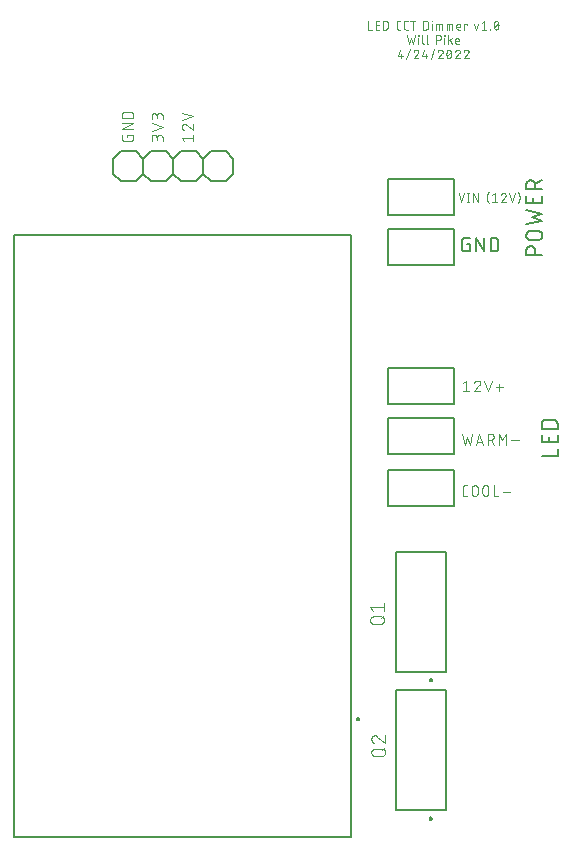
<source format=gbr>
G04 EAGLE Gerber RS-274X export*
G75*
%MOMM*%
%FSLAX34Y34*%
%LPD*%
%INSilkscreen Top*%
%IPPOS*%
%AMOC8*
5,1,8,0,0,1.08239X$1,22.5*%
G01*
%ADD10C,0.076200*%
%ADD11C,0.127000*%
%ADD12C,0.200000*%
%ADD13C,0.101600*%
%ADD14C,0.152400*%


D10*
X100668Y594036D02*
X100668Y595602D01*
X105889Y595602D01*
X105889Y592469D01*
X105887Y592380D01*
X105881Y592292D01*
X105872Y592204D01*
X105859Y592116D01*
X105842Y592029D01*
X105822Y591943D01*
X105797Y591858D01*
X105770Y591773D01*
X105738Y591690D01*
X105704Y591609D01*
X105665Y591529D01*
X105624Y591451D01*
X105579Y591374D01*
X105531Y591300D01*
X105480Y591227D01*
X105426Y591157D01*
X105368Y591090D01*
X105308Y591024D01*
X105246Y590962D01*
X105180Y590902D01*
X105113Y590844D01*
X105043Y590790D01*
X104970Y590739D01*
X104896Y590691D01*
X104819Y590646D01*
X104741Y590605D01*
X104661Y590566D01*
X104580Y590532D01*
X104497Y590500D01*
X104412Y590473D01*
X104327Y590448D01*
X104241Y590428D01*
X104154Y590411D01*
X104066Y590398D01*
X103978Y590389D01*
X103890Y590383D01*
X103801Y590381D01*
X98579Y590381D01*
X98488Y590383D01*
X98397Y590389D01*
X98306Y590399D01*
X98216Y590413D01*
X98127Y590431D01*
X98038Y590452D01*
X97951Y590478D01*
X97865Y590507D01*
X97780Y590540D01*
X97696Y590577D01*
X97614Y590617D01*
X97535Y590661D01*
X97457Y590708D01*
X97381Y590759D01*
X97307Y590813D01*
X97236Y590870D01*
X97168Y590930D01*
X97102Y590993D01*
X97039Y591059D01*
X96979Y591127D01*
X96922Y591198D01*
X96868Y591272D01*
X96817Y591348D01*
X96770Y591425D01*
X96726Y591505D01*
X96686Y591587D01*
X96649Y591671D01*
X96616Y591755D01*
X96587Y591842D01*
X96561Y591929D01*
X96540Y592018D01*
X96522Y592107D01*
X96508Y592197D01*
X96498Y592288D01*
X96492Y592379D01*
X96490Y592470D01*
X96491Y592469D02*
X96491Y595602D01*
X96491Y600135D02*
X105889Y600135D01*
X105889Y605356D02*
X96491Y600135D01*
X96491Y605356D02*
X105889Y605356D01*
X105889Y609888D02*
X96491Y609888D01*
X96491Y612499D01*
X96493Y612599D01*
X96499Y612699D01*
X96508Y612798D01*
X96522Y612898D01*
X96539Y612996D01*
X96560Y613094D01*
X96584Y613191D01*
X96613Y613287D01*
X96645Y613382D01*
X96680Y613475D01*
X96719Y613567D01*
X96762Y613658D01*
X96808Y613746D01*
X96858Y613833D01*
X96910Y613918D01*
X96966Y614001D01*
X97025Y614082D01*
X97088Y614160D01*
X97153Y614236D01*
X97221Y614310D01*
X97291Y614380D01*
X97365Y614448D01*
X97441Y614513D01*
X97519Y614576D01*
X97600Y614635D01*
X97683Y614691D01*
X97768Y614743D01*
X97855Y614793D01*
X97943Y614839D01*
X98034Y614882D01*
X98126Y614921D01*
X98219Y614956D01*
X98314Y614988D01*
X98410Y615017D01*
X98507Y615041D01*
X98605Y615062D01*
X98703Y615079D01*
X98803Y615093D01*
X98902Y615102D01*
X99002Y615108D01*
X99102Y615110D01*
X99102Y615109D02*
X103278Y615109D01*
X103278Y615110D02*
X103378Y615108D01*
X103478Y615102D01*
X103577Y615093D01*
X103677Y615079D01*
X103775Y615062D01*
X103873Y615041D01*
X103970Y615017D01*
X104066Y614988D01*
X104161Y614956D01*
X104254Y614921D01*
X104346Y614882D01*
X104437Y614839D01*
X104525Y614793D01*
X104612Y614743D01*
X104697Y614691D01*
X104780Y614635D01*
X104861Y614576D01*
X104939Y614513D01*
X105015Y614448D01*
X105089Y614380D01*
X105159Y614310D01*
X105227Y614236D01*
X105292Y614160D01*
X105355Y614082D01*
X105414Y614001D01*
X105470Y613918D01*
X105522Y613833D01*
X105572Y613746D01*
X105618Y613658D01*
X105661Y613567D01*
X105700Y613475D01*
X105735Y613382D01*
X105767Y613287D01*
X105796Y613191D01*
X105820Y613094D01*
X105841Y612996D01*
X105858Y612898D01*
X105872Y612798D01*
X105881Y612699D01*
X105887Y612599D01*
X105889Y612499D01*
X105889Y609888D01*
D11*
X438665Y493874D02*
X452395Y493874D01*
X438665Y493874D02*
X438665Y497688D01*
X438667Y497810D01*
X438673Y497932D01*
X438683Y498054D01*
X438696Y498176D01*
X438714Y498297D01*
X438735Y498417D01*
X438761Y498537D01*
X438790Y498655D01*
X438823Y498773D01*
X438859Y498890D01*
X438900Y499005D01*
X438944Y499119D01*
X438991Y499232D01*
X439043Y499343D01*
X439098Y499452D01*
X439156Y499560D01*
X439217Y499665D01*
X439283Y499769D01*
X439351Y499870D01*
X439422Y499969D01*
X439497Y500066D01*
X439575Y500160D01*
X439656Y500252D01*
X439739Y500341D01*
X439826Y500428D01*
X439915Y500511D01*
X440007Y500592D01*
X440101Y500670D01*
X440198Y500745D01*
X440297Y500816D01*
X440398Y500884D01*
X440502Y500950D01*
X440607Y501011D01*
X440715Y501069D01*
X440824Y501124D01*
X440935Y501176D01*
X441048Y501223D01*
X441162Y501267D01*
X441277Y501308D01*
X441394Y501344D01*
X441512Y501377D01*
X441630Y501406D01*
X441750Y501432D01*
X441870Y501453D01*
X441991Y501471D01*
X442113Y501484D01*
X442235Y501494D01*
X442357Y501500D01*
X442479Y501502D01*
X442601Y501500D01*
X442723Y501494D01*
X442845Y501484D01*
X442967Y501471D01*
X443088Y501453D01*
X443208Y501432D01*
X443328Y501406D01*
X443446Y501377D01*
X443564Y501344D01*
X443681Y501308D01*
X443796Y501267D01*
X443910Y501223D01*
X444023Y501176D01*
X444134Y501124D01*
X444243Y501069D01*
X444351Y501011D01*
X444456Y500950D01*
X444560Y500884D01*
X444661Y500816D01*
X444760Y500745D01*
X444857Y500670D01*
X444951Y500592D01*
X445043Y500511D01*
X445132Y500428D01*
X445219Y500341D01*
X445302Y500252D01*
X445383Y500160D01*
X445461Y500066D01*
X445536Y499969D01*
X445607Y499870D01*
X445675Y499769D01*
X445741Y499665D01*
X445802Y499560D01*
X445860Y499452D01*
X445915Y499343D01*
X445967Y499232D01*
X446014Y499119D01*
X446058Y499005D01*
X446099Y498890D01*
X446135Y498773D01*
X446168Y498655D01*
X446197Y498537D01*
X446223Y498417D01*
X446244Y498297D01*
X446262Y498176D01*
X446275Y498054D01*
X446285Y497932D01*
X446291Y497810D01*
X446293Y497688D01*
X446293Y493874D01*
X448581Y506718D02*
X442479Y506718D01*
X442357Y506720D01*
X442235Y506726D01*
X442113Y506736D01*
X441991Y506749D01*
X441870Y506767D01*
X441750Y506788D01*
X441630Y506814D01*
X441512Y506843D01*
X441394Y506876D01*
X441277Y506912D01*
X441162Y506953D01*
X441048Y506997D01*
X440935Y507044D01*
X440824Y507096D01*
X440715Y507151D01*
X440607Y507209D01*
X440502Y507270D01*
X440398Y507336D01*
X440297Y507404D01*
X440198Y507475D01*
X440101Y507550D01*
X440007Y507628D01*
X439915Y507709D01*
X439826Y507792D01*
X439739Y507879D01*
X439656Y507968D01*
X439575Y508060D01*
X439497Y508154D01*
X439422Y508251D01*
X439351Y508350D01*
X439283Y508451D01*
X439217Y508555D01*
X439156Y508660D01*
X439098Y508768D01*
X439043Y508877D01*
X438991Y508988D01*
X438944Y509101D01*
X438900Y509215D01*
X438859Y509330D01*
X438823Y509447D01*
X438790Y509565D01*
X438761Y509683D01*
X438735Y509803D01*
X438714Y509923D01*
X438696Y510044D01*
X438683Y510166D01*
X438673Y510288D01*
X438667Y510410D01*
X438665Y510532D01*
X438667Y510654D01*
X438673Y510776D01*
X438683Y510898D01*
X438696Y511020D01*
X438714Y511141D01*
X438735Y511261D01*
X438761Y511381D01*
X438790Y511499D01*
X438823Y511617D01*
X438859Y511734D01*
X438900Y511849D01*
X438944Y511963D01*
X438991Y512076D01*
X439043Y512187D01*
X439098Y512296D01*
X439156Y512404D01*
X439217Y512509D01*
X439283Y512613D01*
X439351Y512714D01*
X439422Y512813D01*
X439497Y512910D01*
X439575Y513004D01*
X439656Y513096D01*
X439739Y513185D01*
X439826Y513272D01*
X439915Y513355D01*
X440007Y513436D01*
X440101Y513514D01*
X440198Y513589D01*
X440297Y513660D01*
X440398Y513728D01*
X440502Y513794D01*
X440607Y513855D01*
X440715Y513913D01*
X440824Y513968D01*
X440935Y514020D01*
X441048Y514067D01*
X441162Y514111D01*
X441277Y514152D01*
X441394Y514188D01*
X441512Y514221D01*
X441630Y514250D01*
X441750Y514276D01*
X441870Y514297D01*
X441991Y514315D01*
X442113Y514328D01*
X442235Y514338D01*
X442357Y514344D01*
X442479Y514346D01*
X448581Y514346D01*
X448703Y514344D01*
X448825Y514338D01*
X448947Y514328D01*
X449069Y514315D01*
X449190Y514297D01*
X449310Y514276D01*
X449430Y514250D01*
X449548Y514221D01*
X449666Y514188D01*
X449783Y514152D01*
X449898Y514111D01*
X450012Y514067D01*
X450125Y514020D01*
X450236Y513968D01*
X450345Y513913D01*
X450453Y513855D01*
X450558Y513794D01*
X450662Y513728D01*
X450763Y513660D01*
X450862Y513589D01*
X450959Y513514D01*
X451053Y513436D01*
X451145Y513355D01*
X451234Y513272D01*
X451321Y513185D01*
X451404Y513096D01*
X451485Y513004D01*
X451563Y512910D01*
X451638Y512813D01*
X451709Y512714D01*
X451777Y512613D01*
X451843Y512509D01*
X451904Y512404D01*
X451962Y512296D01*
X452017Y512187D01*
X452069Y512076D01*
X452116Y511963D01*
X452160Y511849D01*
X452201Y511734D01*
X452237Y511617D01*
X452270Y511499D01*
X452299Y511381D01*
X452325Y511261D01*
X452346Y511141D01*
X452364Y511020D01*
X452377Y510898D01*
X452387Y510776D01*
X452393Y510654D01*
X452395Y510532D01*
X452393Y510410D01*
X452387Y510288D01*
X452377Y510166D01*
X452364Y510044D01*
X452346Y509923D01*
X452325Y509803D01*
X452299Y509683D01*
X452270Y509565D01*
X452237Y509447D01*
X452201Y509330D01*
X452160Y509215D01*
X452116Y509101D01*
X452069Y508988D01*
X452017Y508877D01*
X451962Y508768D01*
X451904Y508660D01*
X451843Y508555D01*
X451777Y508451D01*
X451709Y508350D01*
X451638Y508251D01*
X451563Y508154D01*
X451485Y508060D01*
X451404Y507968D01*
X451321Y507879D01*
X451234Y507792D01*
X451145Y507709D01*
X451053Y507628D01*
X450959Y507550D01*
X450862Y507475D01*
X450763Y507404D01*
X450662Y507336D01*
X450558Y507270D01*
X450453Y507209D01*
X450345Y507151D01*
X450236Y507096D01*
X450125Y507044D01*
X450012Y506997D01*
X449898Y506953D01*
X449783Y506912D01*
X449666Y506876D01*
X449548Y506843D01*
X449430Y506814D01*
X449310Y506788D01*
X449190Y506767D01*
X449069Y506749D01*
X448947Y506736D01*
X448825Y506726D01*
X448703Y506720D01*
X448581Y506718D01*
X438665Y519729D02*
X452395Y522781D01*
X443242Y525832D01*
X452395Y528883D01*
X438665Y531934D01*
X452395Y537795D02*
X452395Y543897D01*
X452395Y537795D02*
X438665Y537795D01*
X438665Y543897D01*
X444767Y542372D02*
X444767Y537795D01*
X438665Y549557D02*
X452395Y549557D01*
X438665Y549557D02*
X438665Y553371D01*
X438667Y553493D01*
X438673Y553615D01*
X438683Y553737D01*
X438696Y553859D01*
X438714Y553980D01*
X438735Y554100D01*
X438761Y554220D01*
X438790Y554338D01*
X438823Y554456D01*
X438859Y554573D01*
X438900Y554688D01*
X438944Y554802D01*
X438991Y554915D01*
X439043Y555026D01*
X439098Y555135D01*
X439156Y555243D01*
X439217Y555348D01*
X439283Y555452D01*
X439351Y555553D01*
X439422Y555652D01*
X439497Y555749D01*
X439575Y555843D01*
X439656Y555935D01*
X439739Y556024D01*
X439826Y556111D01*
X439915Y556194D01*
X440007Y556275D01*
X440101Y556353D01*
X440198Y556428D01*
X440297Y556499D01*
X440398Y556567D01*
X440502Y556633D01*
X440607Y556694D01*
X440715Y556752D01*
X440824Y556807D01*
X440935Y556859D01*
X441048Y556906D01*
X441162Y556950D01*
X441277Y556991D01*
X441394Y557027D01*
X441512Y557060D01*
X441630Y557089D01*
X441750Y557115D01*
X441870Y557136D01*
X441991Y557154D01*
X442113Y557167D01*
X442235Y557177D01*
X442357Y557183D01*
X442479Y557185D01*
X442601Y557183D01*
X442723Y557177D01*
X442845Y557167D01*
X442967Y557154D01*
X443088Y557136D01*
X443208Y557115D01*
X443328Y557089D01*
X443446Y557060D01*
X443564Y557027D01*
X443681Y556991D01*
X443796Y556950D01*
X443910Y556906D01*
X444023Y556859D01*
X444134Y556807D01*
X444243Y556752D01*
X444351Y556694D01*
X444456Y556633D01*
X444560Y556567D01*
X444661Y556499D01*
X444760Y556428D01*
X444857Y556353D01*
X444951Y556275D01*
X445043Y556194D01*
X445132Y556111D01*
X445219Y556024D01*
X445302Y555935D01*
X445383Y555843D01*
X445461Y555749D01*
X445536Y555652D01*
X445607Y555553D01*
X445675Y555452D01*
X445741Y555348D01*
X445802Y555243D01*
X445860Y555135D01*
X445915Y555026D01*
X445967Y554915D01*
X446014Y554802D01*
X446058Y554688D01*
X446099Y554573D01*
X446135Y554456D01*
X446168Y554338D01*
X446197Y554220D01*
X446223Y554100D01*
X446244Y553980D01*
X446262Y553859D01*
X446275Y553737D01*
X446285Y553615D01*
X446291Y553493D01*
X446293Y553371D01*
X446293Y549557D01*
X446293Y554134D02*
X452395Y557185D01*
X451655Y323415D02*
X465385Y323415D01*
X465385Y329517D01*
X465385Y335115D02*
X465385Y341217D01*
X465385Y335115D02*
X451655Y335115D01*
X451655Y341217D01*
X457757Y339692D02*
X457757Y335115D01*
X451655Y346788D02*
X465385Y346788D01*
X451655Y346788D02*
X451655Y350601D01*
X451657Y350723D01*
X451663Y350845D01*
X451673Y350967D01*
X451686Y351089D01*
X451704Y351210D01*
X451725Y351330D01*
X451751Y351450D01*
X451780Y351568D01*
X451813Y351686D01*
X451849Y351803D01*
X451890Y351918D01*
X451934Y352032D01*
X451981Y352145D01*
X452033Y352256D01*
X452088Y352365D01*
X452146Y352473D01*
X452207Y352578D01*
X452273Y352682D01*
X452341Y352783D01*
X452412Y352882D01*
X452487Y352979D01*
X452565Y353073D01*
X452646Y353165D01*
X452729Y353254D01*
X452816Y353341D01*
X452905Y353424D01*
X452997Y353505D01*
X453091Y353583D01*
X453188Y353658D01*
X453287Y353729D01*
X453388Y353797D01*
X453492Y353863D01*
X453597Y353924D01*
X453705Y353982D01*
X453814Y354037D01*
X453925Y354089D01*
X454038Y354136D01*
X454152Y354180D01*
X454267Y354221D01*
X454384Y354257D01*
X454502Y354290D01*
X454620Y354319D01*
X454740Y354345D01*
X454860Y354366D01*
X454981Y354384D01*
X455103Y354397D01*
X455225Y354407D01*
X455347Y354413D01*
X455469Y354415D01*
X461571Y354415D01*
X461693Y354413D01*
X461815Y354407D01*
X461937Y354397D01*
X462059Y354384D01*
X462180Y354366D01*
X462300Y354345D01*
X462420Y354319D01*
X462538Y354290D01*
X462656Y354257D01*
X462773Y354221D01*
X462888Y354180D01*
X463002Y354136D01*
X463115Y354089D01*
X463226Y354037D01*
X463335Y353982D01*
X463443Y353924D01*
X463548Y353863D01*
X463652Y353797D01*
X463753Y353729D01*
X463852Y353658D01*
X463949Y353583D01*
X464043Y353505D01*
X464135Y353424D01*
X464224Y353341D01*
X464311Y353254D01*
X464394Y353165D01*
X464475Y353073D01*
X464553Y352979D01*
X464628Y352882D01*
X464699Y352783D01*
X464767Y352682D01*
X464833Y352578D01*
X464894Y352473D01*
X464952Y352365D01*
X465007Y352256D01*
X465059Y352145D01*
X465106Y352032D01*
X465150Y351918D01*
X465191Y351803D01*
X465227Y351686D01*
X465260Y351568D01*
X465289Y351450D01*
X465315Y351330D01*
X465336Y351210D01*
X465354Y351089D01*
X465367Y350967D01*
X465377Y350845D01*
X465383Y350723D01*
X465385Y350601D01*
X465385Y346788D01*
D10*
X130889Y590381D02*
X130889Y592992D01*
X130887Y593093D01*
X130881Y593194D01*
X130871Y593295D01*
X130858Y593395D01*
X130840Y593495D01*
X130819Y593594D01*
X130793Y593692D01*
X130764Y593789D01*
X130732Y593885D01*
X130695Y593979D01*
X130655Y594072D01*
X130611Y594164D01*
X130564Y594253D01*
X130513Y594341D01*
X130459Y594427D01*
X130402Y594510D01*
X130342Y594592D01*
X130278Y594670D01*
X130212Y594747D01*
X130142Y594820D01*
X130070Y594891D01*
X129995Y594959D01*
X129917Y595024D01*
X129837Y595086D01*
X129755Y595145D01*
X129670Y595201D01*
X129584Y595253D01*
X129495Y595302D01*
X129404Y595348D01*
X129312Y595389D01*
X129218Y595428D01*
X129123Y595462D01*
X129027Y595493D01*
X128929Y595520D01*
X128831Y595544D01*
X128731Y595563D01*
X128631Y595579D01*
X128531Y595591D01*
X128430Y595599D01*
X128329Y595603D01*
X128227Y595603D01*
X128126Y595599D01*
X128025Y595591D01*
X127925Y595579D01*
X127825Y595563D01*
X127725Y595544D01*
X127627Y595520D01*
X127529Y595493D01*
X127433Y595462D01*
X127338Y595428D01*
X127244Y595389D01*
X127152Y595348D01*
X127061Y595302D01*
X126973Y595253D01*
X126886Y595201D01*
X126801Y595145D01*
X126719Y595086D01*
X126639Y595024D01*
X126561Y594959D01*
X126486Y594891D01*
X126414Y594820D01*
X126344Y594747D01*
X126278Y594670D01*
X126214Y594592D01*
X126154Y594510D01*
X126097Y594427D01*
X126043Y594341D01*
X125992Y594253D01*
X125945Y594164D01*
X125901Y594072D01*
X125861Y593979D01*
X125824Y593885D01*
X125792Y593789D01*
X125763Y593692D01*
X125737Y593594D01*
X125716Y593495D01*
X125698Y593395D01*
X125685Y593295D01*
X125675Y593194D01*
X125669Y593093D01*
X125667Y592992D01*
X121491Y593514D02*
X121491Y590381D01*
X121491Y593514D02*
X121493Y593604D01*
X121499Y593693D01*
X121508Y593783D01*
X121522Y593872D01*
X121539Y593960D01*
X121560Y594047D01*
X121585Y594134D01*
X121614Y594219D01*
X121646Y594303D01*
X121681Y594385D01*
X121721Y594466D01*
X121763Y594545D01*
X121809Y594622D01*
X121859Y594697D01*
X121911Y594770D01*
X121967Y594841D01*
X122025Y594909D01*
X122087Y594974D01*
X122151Y595037D01*
X122218Y595097D01*
X122287Y595154D01*
X122359Y595208D01*
X122433Y595259D01*
X122509Y595307D01*
X122587Y595351D01*
X122667Y595392D01*
X122749Y595430D01*
X122832Y595464D01*
X122917Y595494D01*
X123003Y595521D01*
X123089Y595544D01*
X123177Y595563D01*
X123266Y595578D01*
X123355Y595590D01*
X123444Y595598D01*
X123534Y595602D01*
X123624Y595602D01*
X123714Y595598D01*
X123803Y595590D01*
X123892Y595578D01*
X123981Y595563D01*
X124069Y595544D01*
X124155Y595521D01*
X124241Y595494D01*
X124326Y595464D01*
X124409Y595430D01*
X124491Y595392D01*
X124571Y595351D01*
X124649Y595307D01*
X124725Y595259D01*
X124799Y595208D01*
X124871Y595154D01*
X124940Y595097D01*
X125007Y595037D01*
X125071Y594974D01*
X125133Y594909D01*
X125191Y594841D01*
X125247Y594770D01*
X125299Y594697D01*
X125349Y594622D01*
X125395Y594545D01*
X125437Y594466D01*
X125477Y594385D01*
X125512Y594303D01*
X125544Y594219D01*
X125573Y594134D01*
X125598Y594047D01*
X125619Y593960D01*
X125636Y593872D01*
X125650Y593783D01*
X125659Y593693D01*
X125665Y593604D01*
X125667Y593514D01*
X125668Y593514D02*
X125668Y591425D01*
X121491Y599003D02*
X130889Y602136D01*
X121491Y605268D01*
X130889Y608669D02*
X130889Y611279D01*
X130887Y611380D01*
X130881Y611481D01*
X130871Y611582D01*
X130858Y611682D01*
X130840Y611782D01*
X130819Y611881D01*
X130793Y611979D01*
X130764Y612076D01*
X130732Y612172D01*
X130695Y612266D01*
X130655Y612359D01*
X130611Y612451D01*
X130564Y612540D01*
X130513Y612628D01*
X130459Y612714D01*
X130402Y612797D01*
X130342Y612879D01*
X130278Y612957D01*
X130212Y613034D01*
X130142Y613107D01*
X130070Y613178D01*
X129995Y613246D01*
X129917Y613311D01*
X129837Y613373D01*
X129755Y613432D01*
X129670Y613488D01*
X129584Y613540D01*
X129495Y613589D01*
X129404Y613635D01*
X129312Y613676D01*
X129218Y613715D01*
X129123Y613749D01*
X129027Y613780D01*
X128929Y613807D01*
X128831Y613831D01*
X128731Y613850D01*
X128631Y613866D01*
X128531Y613878D01*
X128430Y613886D01*
X128329Y613890D01*
X128227Y613890D01*
X128126Y613886D01*
X128025Y613878D01*
X127925Y613866D01*
X127825Y613850D01*
X127725Y613831D01*
X127627Y613807D01*
X127529Y613780D01*
X127433Y613749D01*
X127338Y613715D01*
X127244Y613676D01*
X127152Y613635D01*
X127061Y613589D01*
X126973Y613540D01*
X126886Y613488D01*
X126801Y613432D01*
X126719Y613373D01*
X126639Y613311D01*
X126561Y613246D01*
X126486Y613178D01*
X126414Y613107D01*
X126344Y613034D01*
X126278Y612957D01*
X126214Y612879D01*
X126154Y612797D01*
X126097Y612714D01*
X126043Y612628D01*
X125992Y612540D01*
X125945Y612451D01*
X125901Y612359D01*
X125861Y612266D01*
X125824Y612172D01*
X125792Y612076D01*
X125763Y611979D01*
X125737Y611881D01*
X125716Y611782D01*
X125698Y611682D01*
X125685Y611582D01*
X125675Y611481D01*
X125669Y611380D01*
X125667Y611279D01*
X121491Y611802D02*
X121491Y608669D01*
X121491Y611802D02*
X121493Y611892D01*
X121499Y611981D01*
X121508Y612071D01*
X121522Y612160D01*
X121539Y612248D01*
X121560Y612335D01*
X121585Y612422D01*
X121614Y612507D01*
X121646Y612591D01*
X121681Y612673D01*
X121721Y612754D01*
X121763Y612833D01*
X121809Y612910D01*
X121859Y612985D01*
X121911Y613058D01*
X121967Y613129D01*
X122025Y613197D01*
X122087Y613262D01*
X122151Y613325D01*
X122218Y613385D01*
X122287Y613442D01*
X122359Y613496D01*
X122433Y613547D01*
X122509Y613595D01*
X122587Y613639D01*
X122667Y613680D01*
X122749Y613718D01*
X122832Y613752D01*
X122917Y613782D01*
X123003Y613809D01*
X123089Y613832D01*
X123177Y613851D01*
X123266Y613866D01*
X123355Y613878D01*
X123444Y613886D01*
X123534Y613890D01*
X123624Y613890D01*
X123714Y613886D01*
X123803Y613878D01*
X123892Y613866D01*
X123981Y613851D01*
X124069Y613832D01*
X124155Y613809D01*
X124241Y613782D01*
X124326Y613752D01*
X124409Y613718D01*
X124491Y613680D01*
X124571Y613639D01*
X124649Y613595D01*
X124725Y613547D01*
X124799Y613496D01*
X124871Y613442D01*
X124940Y613385D01*
X125007Y613325D01*
X125071Y613262D01*
X125133Y613197D01*
X125191Y613129D01*
X125247Y613058D01*
X125299Y612985D01*
X125349Y612910D01*
X125395Y612833D01*
X125437Y612754D01*
X125477Y612673D01*
X125512Y612591D01*
X125544Y612507D01*
X125573Y612422D01*
X125598Y612335D01*
X125619Y612248D01*
X125636Y612160D01*
X125650Y612071D01*
X125659Y611981D01*
X125665Y611892D01*
X125667Y611802D01*
X125668Y611802D02*
X125668Y609713D01*
X304805Y684765D02*
X304805Y692131D01*
X304805Y684765D02*
X308079Y684765D01*
X311145Y684765D02*
X314418Y684765D01*
X311145Y684765D02*
X311145Y692131D01*
X314418Y692131D01*
X313600Y688857D02*
X311145Y688857D01*
X317469Y692131D02*
X317469Y684765D01*
X317469Y692131D02*
X319515Y692131D01*
X319604Y692129D01*
X319693Y692123D01*
X319782Y692113D01*
X319870Y692100D01*
X319958Y692083D01*
X320045Y692061D01*
X320130Y692036D01*
X320215Y692008D01*
X320298Y691975D01*
X320380Y691939D01*
X320460Y691900D01*
X320538Y691857D01*
X320614Y691811D01*
X320689Y691761D01*
X320761Y691708D01*
X320830Y691652D01*
X320897Y691593D01*
X320962Y691532D01*
X321023Y691467D01*
X321082Y691400D01*
X321138Y691331D01*
X321191Y691259D01*
X321241Y691184D01*
X321287Y691108D01*
X321330Y691030D01*
X321369Y690950D01*
X321405Y690868D01*
X321438Y690785D01*
X321466Y690700D01*
X321491Y690615D01*
X321513Y690528D01*
X321530Y690440D01*
X321543Y690352D01*
X321553Y690263D01*
X321559Y690174D01*
X321561Y690085D01*
X321561Y686811D01*
X321559Y686722D01*
X321553Y686633D01*
X321543Y686544D01*
X321530Y686456D01*
X321513Y686368D01*
X321491Y686281D01*
X321466Y686196D01*
X321438Y686111D01*
X321405Y686028D01*
X321369Y685946D01*
X321330Y685866D01*
X321287Y685788D01*
X321241Y685712D01*
X321191Y685637D01*
X321138Y685565D01*
X321082Y685496D01*
X321023Y685429D01*
X320962Y685364D01*
X320897Y685303D01*
X320830Y685244D01*
X320761Y685188D01*
X320689Y685135D01*
X320614Y685085D01*
X320538Y685039D01*
X320460Y684996D01*
X320380Y684957D01*
X320298Y684921D01*
X320215Y684888D01*
X320130Y684860D01*
X320045Y684835D01*
X319958Y684813D01*
X319870Y684796D01*
X319782Y684783D01*
X319693Y684773D01*
X319604Y684767D01*
X319515Y684765D01*
X317469Y684765D01*
X330543Y684765D02*
X332180Y684765D01*
X330543Y684765D02*
X330465Y684767D01*
X330387Y684772D01*
X330310Y684782D01*
X330233Y684795D01*
X330157Y684811D01*
X330082Y684831D01*
X330008Y684855D01*
X329935Y684882D01*
X329863Y684913D01*
X329793Y684947D01*
X329725Y684984D01*
X329658Y685025D01*
X329593Y685069D01*
X329531Y685115D01*
X329471Y685165D01*
X329413Y685217D01*
X329358Y685272D01*
X329306Y685330D01*
X329256Y685390D01*
X329210Y685452D01*
X329166Y685517D01*
X329125Y685584D01*
X329088Y685652D01*
X329054Y685722D01*
X329023Y685794D01*
X328996Y685867D01*
X328972Y685941D01*
X328952Y686016D01*
X328936Y686092D01*
X328923Y686169D01*
X328913Y686246D01*
X328908Y686324D01*
X328906Y686402D01*
X328906Y690494D01*
X328908Y690574D01*
X328914Y690654D01*
X328924Y690734D01*
X328937Y690813D01*
X328955Y690892D01*
X328976Y690969D01*
X329002Y691045D01*
X329031Y691120D01*
X329063Y691194D01*
X329099Y691266D01*
X329139Y691336D01*
X329182Y691403D01*
X329228Y691469D01*
X329278Y691532D01*
X329330Y691593D01*
X329385Y691652D01*
X329444Y691707D01*
X329504Y691759D01*
X329568Y691809D01*
X329634Y691855D01*
X329701Y691898D01*
X329771Y691938D01*
X329843Y691974D01*
X329917Y692006D01*
X329991Y692035D01*
X330068Y692061D01*
X330145Y692082D01*
X330224Y692100D01*
X330303Y692113D01*
X330383Y692123D01*
X330463Y692129D01*
X330543Y692131D01*
X332180Y692131D01*
X336639Y684765D02*
X338276Y684765D01*
X336639Y684765D02*
X336561Y684767D01*
X336483Y684772D01*
X336406Y684782D01*
X336329Y684795D01*
X336253Y684811D01*
X336178Y684831D01*
X336104Y684855D01*
X336031Y684882D01*
X335959Y684913D01*
X335889Y684947D01*
X335821Y684984D01*
X335754Y685025D01*
X335689Y685069D01*
X335627Y685115D01*
X335567Y685165D01*
X335509Y685217D01*
X335454Y685272D01*
X335402Y685330D01*
X335352Y685390D01*
X335306Y685452D01*
X335262Y685517D01*
X335221Y685584D01*
X335184Y685652D01*
X335150Y685722D01*
X335119Y685794D01*
X335092Y685867D01*
X335068Y685941D01*
X335048Y686016D01*
X335032Y686092D01*
X335019Y686169D01*
X335009Y686246D01*
X335004Y686324D01*
X335002Y686402D01*
X335002Y690494D01*
X335004Y690574D01*
X335010Y690654D01*
X335020Y690734D01*
X335033Y690813D01*
X335051Y690892D01*
X335072Y690969D01*
X335098Y691045D01*
X335127Y691120D01*
X335159Y691194D01*
X335195Y691266D01*
X335235Y691336D01*
X335278Y691403D01*
X335324Y691469D01*
X335374Y691532D01*
X335426Y691593D01*
X335481Y691652D01*
X335540Y691707D01*
X335600Y691759D01*
X335664Y691809D01*
X335730Y691855D01*
X335797Y691898D01*
X335867Y691938D01*
X335939Y691974D01*
X336013Y692006D01*
X336087Y692035D01*
X336164Y692061D01*
X336241Y692082D01*
X336320Y692100D01*
X336399Y692113D01*
X336479Y692123D01*
X336559Y692129D01*
X336639Y692131D01*
X338276Y692131D01*
X342680Y692131D02*
X342680Y684765D01*
X344726Y692131D02*
X340633Y692131D01*
X351606Y692131D02*
X351606Y684765D01*
X351606Y692131D02*
X353652Y692131D01*
X353741Y692129D01*
X353830Y692123D01*
X353919Y692113D01*
X354007Y692100D01*
X354095Y692083D01*
X354182Y692061D01*
X354267Y692036D01*
X354352Y692008D01*
X354435Y691975D01*
X354517Y691939D01*
X354597Y691900D01*
X354675Y691857D01*
X354751Y691811D01*
X354826Y691761D01*
X354898Y691708D01*
X354967Y691652D01*
X355034Y691593D01*
X355099Y691532D01*
X355160Y691467D01*
X355219Y691400D01*
X355275Y691331D01*
X355328Y691259D01*
X355378Y691184D01*
X355424Y691108D01*
X355467Y691030D01*
X355506Y690950D01*
X355542Y690868D01*
X355575Y690785D01*
X355603Y690700D01*
X355628Y690615D01*
X355650Y690528D01*
X355667Y690440D01*
X355680Y690352D01*
X355690Y690263D01*
X355696Y690174D01*
X355698Y690085D01*
X355698Y686811D01*
X355696Y686722D01*
X355690Y686633D01*
X355680Y686544D01*
X355667Y686456D01*
X355650Y686368D01*
X355628Y686281D01*
X355603Y686196D01*
X355575Y686111D01*
X355542Y686028D01*
X355506Y685946D01*
X355467Y685866D01*
X355424Y685788D01*
X355378Y685712D01*
X355328Y685637D01*
X355275Y685565D01*
X355219Y685496D01*
X355160Y685429D01*
X355099Y685364D01*
X355034Y685303D01*
X354967Y685244D01*
X354898Y685188D01*
X354826Y685135D01*
X354751Y685085D01*
X354675Y685039D01*
X354597Y684996D01*
X354517Y684957D01*
X354435Y684921D01*
X354352Y684888D01*
X354267Y684860D01*
X354182Y684835D01*
X354095Y684813D01*
X354007Y684796D01*
X353919Y684783D01*
X353830Y684773D01*
X353741Y684767D01*
X353652Y684765D01*
X351606Y684765D01*
X359017Y684765D02*
X359017Y689676D01*
X358812Y691722D02*
X358812Y692131D01*
X359221Y692131D01*
X359221Y691722D01*
X358812Y691722D01*
X362414Y689676D02*
X362414Y684765D01*
X362414Y689676D02*
X366097Y689676D01*
X366166Y689674D01*
X366234Y689668D01*
X366303Y689659D01*
X366370Y689645D01*
X366437Y689628D01*
X366503Y689607D01*
X366567Y689583D01*
X366630Y689554D01*
X366691Y689523D01*
X366750Y689488D01*
X366808Y689450D01*
X366863Y689408D01*
X366915Y689364D01*
X366965Y689316D01*
X367013Y689266D01*
X367057Y689214D01*
X367099Y689159D01*
X367137Y689101D01*
X367172Y689042D01*
X367203Y688981D01*
X367232Y688918D01*
X367256Y688854D01*
X367277Y688788D01*
X367294Y688721D01*
X367308Y688654D01*
X367317Y688585D01*
X367323Y688517D01*
X367325Y688448D01*
X367324Y688448D02*
X367324Y684765D01*
X364869Y684765D02*
X364869Y689676D01*
X371192Y689676D02*
X371192Y684765D01*
X371192Y689676D02*
X374875Y689676D01*
X374944Y689674D01*
X375012Y689668D01*
X375081Y689659D01*
X375148Y689645D01*
X375215Y689628D01*
X375281Y689607D01*
X375345Y689583D01*
X375408Y689554D01*
X375469Y689523D01*
X375528Y689488D01*
X375586Y689450D01*
X375641Y689408D01*
X375693Y689364D01*
X375743Y689316D01*
X375791Y689266D01*
X375835Y689214D01*
X375877Y689159D01*
X375915Y689101D01*
X375950Y689042D01*
X375981Y688981D01*
X376010Y688918D01*
X376034Y688854D01*
X376055Y688788D01*
X376072Y688721D01*
X376086Y688654D01*
X376095Y688585D01*
X376101Y688517D01*
X376103Y688448D01*
X376102Y688448D02*
X376102Y684765D01*
X373647Y684765D02*
X373647Y689676D01*
X380797Y684765D02*
X382843Y684765D01*
X380797Y684765D02*
X380728Y684767D01*
X380660Y684773D01*
X380591Y684782D01*
X380524Y684796D01*
X380457Y684813D01*
X380391Y684834D01*
X380327Y684858D01*
X380264Y684887D01*
X380203Y684918D01*
X380144Y684953D01*
X380086Y684991D01*
X380031Y685033D01*
X379979Y685077D01*
X379929Y685125D01*
X379881Y685175D01*
X379837Y685227D01*
X379795Y685282D01*
X379757Y685340D01*
X379722Y685399D01*
X379691Y685460D01*
X379662Y685523D01*
X379638Y685587D01*
X379617Y685653D01*
X379600Y685720D01*
X379586Y685787D01*
X379577Y685856D01*
X379571Y685924D01*
X379569Y685993D01*
X379569Y688039D01*
X379571Y688118D01*
X379577Y688197D01*
X379586Y688276D01*
X379599Y688354D01*
X379617Y688431D01*
X379637Y688507D01*
X379662Y688582D01*
X379690Y688656D01*
X379721Y688729D01*
X379757Y688800D01*
X379795Y688869D01*
X379837Y688936D01*
X379882Y689001D01*
X379930Y689064D01*
X379981Y689125D01*
X380035Y689182D01*
X380091Y689238D01*
X380150Y689290D01*
X380212Y689340D01*
X380276Y689386D01*
X380342Y689430D01*
X380410Y689470D01*
X380480Y689506D01*
X380552Y689540D01*
X380626Y689570D01*
X380700Y689596D01*
X380776Y689619D01*
X380853Y689637D01*
X380930Y689653D01*
X381009Y689664D01*
X381087Y689672D01*
X381166Y689676D01*
X381246Y689676D01*
X381325Y689672D01*
X381403Y689664D01*
X381482Y689653D01*
X381559Y689637D01*
X381636Y689619D01*
X381712Y689596D01*
X381786Y689570D01*
X381860Y689540D01*
X381932Y689506D01*
X382002Y689470D01*
X382070Y689430D01*
X382136Y689386D01*
X382200Y689340D01*
X382262Y689290D01*
X382321Y689238D01*
X382377Y689182D01*
X382431Y689125D01*
X382482Y689064D01*
X382530Y689001D01*
X382575Y688936D01*
X382617Y688869D01*
X382655Y688800D01*
X382691Y688729D01*
X382722Y688656D01*
X382750Y688582D01*
X382775Y688507D01*
X382795Y688431D01*
X382813Y688354D01*
X382826Y688276D01*
X382835Y688197D01*
X382841Y688118D01*
X382843Y688039D01*
X382843Y687220D01*
X379569Y687220D01*
X386199Y684765D02*
X386199Y689676D01*
X388654Y689676D01*
X388654Y688857D01*
X394687Y689676D02*
X396324Y684765D01*
X397961Y689676D01*
X400862Y690494D02*
X402908Y692131D01*
X402908Y684765D01*
X400862Y684765D02*
X404954Y684765D01*
X407824Y684765D02*
X407824Y685174D01*
X408233Y685174D01*
X408233Y684765D01*
X407824Y684765D01*
X411103Y688448D02*
X411105Y688601D01*
X411111Y688754D01*
X411120Y688906D01*
X411134Y689059D01*
X411151Y689211D01*
X411172Y689362D01*
X411197Y689513D01*
X411226Y689663D01*
X411258Y689813D01*
X411295Y689961D01*
X411335Y690109D01*
X411378Y690256D01*
X411426Y690401D01*
X411477Y690545D01*
X411531Y690688D01*
X411590Y690830D01*
X411651Y690969D01*
X411717Y691108D01*
X411743Y691178D01*
X411773Y691248D01*
X411806Y691315D01*
X411842Y691381D01*
X411881Y691445D01*
X411924Y691507D01*
X411970Y691566D01*
X412018Y691624D01*
X412069Y691678D01*
X412123Y691731D01*
X412180Y691780D01*
X412239Y691827D01*
X412300Y691870D01*
X412363Y691911D01*
X412428Y691948D01*
X412495Y691983D01*
X412564Y692013D01*
X412634Y692041D01*
X412705Y692064D01*
X412777Y692085D01*
X412850Y692101D01*
X412924Y692114D01*
X412999Y692124D01*
X413074Y692129D01*
X413149Y692131D01*
X413224Y692129D01*
X413299Y692124D01*
X413374Y692114D01*
X413448Y692101D01*
X413521Y692085D01*
X413593Y692064D01*
X413664Y692041D01*
X413734Y692013D01*
X413803Y691983D01*
X413870Y691948D01*
X413935Y691911D01*
X413998Y691870D01*
X414059Y691827D01*
X414118Y691780D01*
X414175Y691731D01*
X414229Y691678D01*
X414280Y691624D01*
X414329Y691566D01*
X414374Y691507D01*
X414417Y691445D01*
X414456Y691381D01*
X414493Y691315D01*
X414525Y691247D01*
X414555Y691178D01*
X414581Y691108D01*
X414646Y690970D01*
X414708Y690830D01*
X414766Y690688D01*
X414821Y690545D01*
X414872Y690401D01*
X414920Y690256D01*
X414963Y690109D01*
X415003Y689962D01*
X415040Y689813D01*
X415072Y689663D01*
X415101Y689513D01*
X415126Y689362D01*
X415147Y689211D01*
X415164Y689059D01*
X415178Y688906D01*
X415187Y688754D01*
X415193Y688601D01*
X415195Y688448D01*
X411102Y688448D02*
X411104Y688295D01*
X411110Y688142D01*
X411119Y687989D01*
X411133Y687837D01*
X411150Y687685D01*
X411171Y687534D01*
X411196Y687383D01*
X411225Y687232D01*
X411257Y687083D01*
X411294Y686934D01*
X411334Y686787D01*
X411377Y686640D01*
X411425Y686495D01*
X411476Y686350D01*
X411531Y686208D01*
X411589Y686066D01*
X411651Y685926D01*
X411716Y685788D01*
X411717Y685788D02*
X411743Y685717D01*
X411773Y685648D01*
X411806Y685581D01*
X411842Y685515D01*
X411881Y685451D01*
X411924Y685389D01*
X411970Y685330D01*
X412018Y685272D01*
X412069Y685218D01*
X412123Y685165D01*
X412180Y685116D01*
X412239Y685069D01*
X412300Y685026D01*
X412363Y684985D01*
X412428Y684948D01*
X412495Y684913D01*
X412564Y684883D01*
X412634Y684855D01*
X412705Y684832D01*
X412777Y684811D01*
X412850Y684795D01*
X412924Y684782D01*
X412999Y684772D01*
X413074Y684767D01*
X413149Y684765D01*
X414581Y685788D02*
X414646Y685926D01*
X414708Y686066D01*
X414766Y686208D01*
X414821Y686351D01*
X414872Y686495D01*
X414920Y686640D01*
X414963Y686787D01*
X415003Y686935D01*
X415040Y687083D01*
X415072Y687233D01*
X415101Y687383D01*
X415126Y687534D01*
X415147Y687685D01*
X415164Y687837D01*
X415178Y687990D01*
X415187Y688142D01*
X415193Y688295D01*
X415195Y688448D01*
X414581Y685788D02*
X414555Y685718D01*
X414525Y685648D01*
X414493Y685581D01*
X414456Y685515D01*
X414417Y685451D01*
X414374Y685389D01*
X414328Y685330D01*
X414280Y685272D01*
X414229Y685218D01*
X414175Y685165D01*
X414118Y685116D01*
X414059Y685069D01*
X413998Y685026D01*
X413935Y684985D01*
X413870Y684948D01*
X413803Y684913D01*
X413734Y684883D01*
X413664Y684855D01*
X413593Y684832D01*
X413521Y684811D01*
X413448Y684795D01*
X413374Y684782D01*
X413299Y684772D01*
X413224Y684767D01*
X413149Y684765D01*
X411512Y686402D02*
X414786Y690494D01*
X339674Y672573D02*
X338038Y679939D01*
X341311Y677484D02*
X339674Y672573D01*
X342948Y672573D02*
X341311Y677484D01*
X344585Y679939D02*
X342948Y672573D01*
X347407Y672573D02*
X347407Y677484D01*
X347203Y679530D02*
X347203Y679939D01*
X347612Y679939D01*
X347612Y679530D01*
X347203Y679530D01*
X350486Y679939D02*
X350486Y673801D01*
X350488Y673732D01*
X350494Y673664D01*
X350503Y673595D01*
X350517Y673528D01*
X350534Y673461D01*
X350555Y673395D01*
X350579Y673331D01*
X350608Y673268D01*
X350639Y673207D01*
X350674Y673148D01*
X350712Y673090D01*
X350754Y673035D01*
X350798Y672983D01*
X350846Y672933D01*
X350896Y672885D01*
X350948Y672841D01*
X351003Y672799D01*
X351061Y672761D01*
X351120Y672726D01*
X351181Y672695D01*
X351244Y672666D01*
X351308Y672642D01*
X351374Y672621D01*
X351441Y672604D01*
X351508Y672590D01*
X351577Y672581D01*
X351645Y672575D01*
X351714Y672573D01*
X354388Y673801D02*
X354388Y679939D01*
X354387Y673801D02*
X354389Y673732D01*
X354395Y673664D01*
X354404Y673595D01*
X354418Y673528D01*
X354435Y673461D01*
X354456Y673395D01*
X354480Y673331D01*
X354509Y673268D01*
X354540Y673207D01*
X354575Y673148D01*
X354613Y673090D01*
X354655Y673035D01*
X354699Y672983D01*
X354747Y672933D01*
X354797Y672885D01*
X354849Y672841D01*
X354904Y672799D01*
X354962Y672761D01*
X355021Y672726D01*
X355082Y672695D01*
X355145Y672666D01*
X355209Y672642D01*
X355275Y672621D01*
X355342Y672604D01*
X355409Y672590D01*
X355478Y672581D01*
X355546Y672575D01*
X355615Y672573D01*
X362548Y672573D02*
X362548Y679939D01*
X364594Y679939D01*
X364683Y679937D01*
X364772Y679931D01*
X364861Y679921D01*
X364949Y679908D01*
X365037Y679891D01*
X365124Y679869D01*
X365209Y679844D01*
X365294Y679816D01*
X365377Y679783D01*
X365459Y679747D01*
X365539Y679708D01*
X365617Y679665D01*
X365693Y679619D01*
X365768Y679569D01*
X365840Y679516D01*
X365909Y679460D01*
X365976Y679401D01*
X366041Y679340D01*
X366102Y679275D01*
X366161Y679208D01*
X366217Y679139D01*
X366270Y679067D01*
X366320Y678992D01*
X366366Y678916D01*
X366409Y678838D01*
X366448Y678758D01*
X366484Y678676D01*
X366517Y678593D01*
X366545Y678508D01*
X366570Y678423D01*
X366592Y678336D01*
X366609Y678248D01*
X366622Y678160D01*
X366632Y678071D01*
X366638Y677982D01*
X366640Y677893D01*
X366638Y677804D01*
X366632Y677715D01*
X366622Y677626D01*
X366609Y677538D01*
X366592Y677450D01*
X366570Y677363D01*
X366545Y677278D01*
X366517Y677193D01*
X366484Y677110D01*
X366448Y677028D01*
X366409Y676948D01*
X366366Y676870D01*
X366320Y676794D01*
X366270Y676719D01*
X366217Y676647D01*
X366161Y676578D01*
X366102Y676511D01*
X366041Y676446D01*
X365976Y676385D01*
X365909Y676326D01*
X365840Y676270D01*
X365768Y676217D01*
X365693Y676167D01*
X365617Y676121D01*
X365539Y676078D01*
X365459Y676039D01*
X365377Y676003D01*
X365294Y675970D01*
X365209Y675942D01*
X365124Y675917D01*
X365037Y675895D01*
X364949Y675878D01*
X364861Y675865D01*
X364772Y675855D01*
X364683Y675849D01*
X364594Y675847D01*
X362548Y675847D01*
X369353Y677484D02*
X369353Y672573D01*
X369148Y679530D02*
X369148Y679939D01*
X369557Y679939D01*
X369557Y679530D01*
X369148Y679530D01*
X372687Y679939D02*
X372687Y672573D01*
X372687Y675028D02*
X375961Y677484D01*
X374119Y676051D02*
X375961Y672573D01*
X379916Y672573D02*
X381962Y672573D01*
X379916Y672573D02*
X379847Y672575D01*
X379779Y672581D01*
X379710Y672590D01*
X379643Y672604D01*
X379576Y672621D01*
X379510Y672642D01*
X379446Y672666D01*
X379383Y672695D01*
X379322Y672726D01*
X379263Y672761D01*
X379205Y672799D01*
X379150Y672841D01*
X379098Y672885D01*
X379048Y672933D01*
X379000Y672983D01*
X378956Y673035D01*
X378914Y673090D01*
X378876Y673148D01*
X378841Y673207D01*
X378810Y673268D01*
X378781Y673331D01*
X378757Y673395D01*
X378736Y673461D01*
X378719Y673528D01*
X378705Y673595D01*
X378696Y673664D01*
X378690Y673732D01*
X378688Y673801D01*
X378689Y673801D02*
X378689Y675847D01*
X378691Y675926D01*
X378697Y676005D01*
X378706Y676084D01*
X378719Y676162D01*
X378737Y676239D01*
X378757Y676315D01*
X378782Y676390D01*
X378810Y676464D01*
X378841Y676537D01*
X378877Y676608D01*
X378915Y676677D01*
X378957Y676744D01*
X379002Y676809D01*
X379050Y676872D01*
X379101Y676933D01*
X379155Y676990D01*
X379211Y677046D01*
X379270Y677098D01*
X379332Y677148D01*
X379396Y677194D01*
X379462Y677238D01*
X379530Y677278D01*
X379600Y677314D01*
X379672Y677348D01*
X379746Y677378D01*
X379820Y677404D01*
X379896Y677427D01*
X379973Y677445D01*
X380050Y677461D01*
X380129Y677472D01*
X380207Y677480D01*
X380286Y677484D01*
X380366Y677484D01*
X380445Y677480D01*
X380523Y677472D01*
X380602Y677461D01*
X380679Y677445D01*
X380756Y677427D01*
X380832Y677404D01*
X380906Y677378D01*
X380980Y677348D01*
X381052Y677314D01*
X381122Y677278D01*
X381190Y677238D01*
X381256Y677194D01*
X381320Y677148D01*
X381382Y677098D01*
X381441Y677046D01*
X381497Y676990D01*
X381551Y676933D01*
X381602Y676872D01*
X381650Y676809D01*
X381695Y676744D01*
X381737Y676677D01*
X381775Y676608D01*
X381811Y676537D01*
X381842Y676464D01*
X381870Y676390D01*
X381895Y676315D01*
X381915Y676239D01*
X381933Y676162D01*
X381946Y676084D01*
X381955Y676005D01*
X381961Y675926D01*
X381963Y675847D01*
X381962Y675847D02*
X381962Y675028D01*
X378689Y675028D01*
X331793Y667747D02*
X330156Y662018D01*
X334248Y662018D01*
X333021Y663655D02*
X333021Y660381D01*
X337149Y659563D02*
X340423Y668565D01*
X345574Y667748D02*
X345659Y667746D01*
X345744Y667740D01*
X345828Y667730D01*
X345912Y667717D01*
X345996Y667699D01*
X346078Y667678D01*
X346159Y667653D01*
X346239Y667624D01*
X346318Y667591D01*
X346395Y667555D01*
X346470Y667515D01*
X346544Y667472D01*
X346615Y667426D01*
X346684Y667376D01*
X346751Y667323D01*
X346815Y667267D01*
X346876Y667208D01*
X346935Y667147D01*
X346991Y667083D01*
X347044Y667016D01*
X347094Y666947D01*
X347140Y666876D01*
X347183Y666802D01*
X347223Y666727D01*
X347259Y666650D01*
X347292Y666571D01*
X347321Y666491D01*
X347346Y666410D01*
X347367Y666328D01*
X347385Y666244D01*
X347398Y666160D01*
X347408Y666076D01*
X347414Y665991D01*
X347416Y665906D01*
X345574Y667747D02*
X345478Y667745D01*
X345382Y667739D01*
X345287Y667729D01*
X345192Y667716D01*
X345097Y667698D01*
X345004Y667677D01*
X344911Y667652D01*
X344820Y667623D01*
X344729Y667591D01*
X344640Y667555D01*
X344553Y667515D01*
X344467Y667472D01*
X344383Y667426D01*
X344301Y667376D01*
X344221Y667322D01*
X344144Y667266D01*
X344069Y667206D01*
X343996Y667144D01*
X343926Y667078D01*
X343858Y667010D01*
X343793Y666939D01*
X343732Y666866D01*
X343673Y666790D01*
X343617Y666711D01*
X343565Y666631D01*
X343516Y666548D01*
X343470Y666464D01*
X343428Y666378D01*
X343390Y666290D01*
X343355Y666201D01*
X343323Y666110D01*
X346802Y664474D02*
X346862Y664533D01*
X346919Y664595D01*
X346974Y664659D01*
X347025Y664726D01*
X347074Y664795D01*
X347120Y664865D01*
X347163Y664938D01*
X347203Y665012D01*
X347239Y665088D01*
X347272Y665166D01*
X347302Y665245D01*
X347329Y665325D01*
X347352Y665406D01*
X347371Y665488D01*
X347387Y665570D01*
X347400Y665654D01*
X347409Y665738D01*
X347414Y665822D01*
X347416Y665906D01*
X346802Y664473D02*
X343323Y660381D01*
X347416Y660381D01*
X350639Y662018D02*
X352276Y667747D01*
X350639Y662018D02*
X354731Y662018D01*
X353503Y663655D02*
X353503Y660381D01*
X357632Y659563D02*
X360905Y668565D01*
X366057Y667748D02*
X366142Y667746D01*
X366227Y667740D01*
X366311Y667730D01*
X366395Y667717D01*
X366479Y667699D01*
X366561Y667678D01*
X366642Y667653D01*
X366722Y667624D01*
X366801Y667591D01*
X366878Y667555D01*
X366953Y667515D01*
X367027Y667472D01*
X367098Y667426D01*
X367167Y667376D01*
X367234Y667323D01*
X367298Y667267D01*
X367359Y667208D01*
X367418Y667147D01*
X367474Y667083D01*
X367527Y667016D01*
X367577Y666947D01*
X367623Y666876D01*
X367666Y666802D01*
X367706Y666727D01*
X367742Y666650D01*
X367775Y666571D01*
X367804Y666491D01*
X367829Y666410D01*
X367850Y666328D01*
X367868Y666244D01*
X367881Y666160D01*
X367891Y666076D01*
X367897Y665991D01*
X367899Y665906D01*
X366057Y667747D02*
X365961Y667745D01*
X365865Y667739D01*
X365770Y667729D01*
X365675Y667716D01*
X365580Y667698D01*
X365487Y667677D01*
X365394Y667652D01*
X365303Y667623D01*
X365212Y667591D01*
X365123Y667555D01*
X365036Y667515D01*
X364950Y667472D01*
X364866Y667426D01*
X364784Y667376D01*
X364704Y667322D01*
X364627Y667266D01*
X364552Y667206D01*
X364479Y667144D01*
X364409Y667078D01*
X364341Y667010D01*
X364276Y666939D01*
X364215Y666866D01*
X364156Y666790D01*
X364100Y666711D01*
X364048Y666631D01*
X363999Y666548D01*
X363953Y666464D01*
X363911Y666378D01*
X363873Y666290D01*
X363838Y666201D01*
X363806Y666110D01*
X367284Y664474D02*
X367344Y664533D01*
X367401Y664595D01*
X367456Y664659D01*
X367507Y664726D01*
X367556Y664795D01*
X367602Y664865D01*
X367645Y664938D01*
X367685Y665012D01*
X367721Y665088D01*
X367754Y665166D01*
X367784Y665245D01*
X367811Y665325D01*
X367834Y665406D01*
X367853Y665488D01*
X367869Y665570D01*
X367882Y665654D01*
X367891Y665738D01*
X367896Y665822D01*
X367898Y665906D01*
X367284Y664473D02*
X363806Y660381D01*
X367898Y660381D01*
X371122Y664064D02*
X371124Y664217D01*
X371130Y664370D01*
X371139Y664522D01*
X371153Y664675D01*
X371170Y664827D01*
X371191Y664978D01*
X371216Y665129D01*
X371245Y665279D01*
X371277Y665429D01*
X371314Y665577D01*
X371354Y665725D01*
X371397Y665872D01*
X371445Y666017D01*
X371496Y666161D01*
X371550Y666304D01*
X371609Y666446D01*
X371670Y666585D01*
X371736Y666724D01*
X371735Y666724D02*
X371761Y666794D01*
X371791Y666864D01*
X371824Y666931D01*
X371860Y666997D01*
X371899Y667061D01*
X371942Y667123D01*
X371988Y667182D01*
X372036Y667240D01*
X372087Y667294D01*
X372141Y667347D01*
X372198Y667396D01*
X372257Y667443D01*
X372318Y667486D01*
X372381Y667527D01*
X372446Y667564D01*
X372513Y667599D01*
X372582Y667629D01*
X372652Y667657D01*
X372723Y667680D01*
X372795Y667701D01*
X372868Y667717D01*
X372942Y667730D01*
X373017Y667740D01*
X373092Y667745D01*
X373167Y667747D01*
X373242Y667745D01*
X373317Y667740D01*
X373392Y667730D01*
X373466Y667717D01*
X373539Y667701D01*
X373611Y667680D01*
X373682Y667657D01*
X373752Y667629D01*
X373821Y667599D01*
X373888Y667564D01*
X373953Y667527D01*
X374016Y667486D01*
X374077Y667443D01*
X374136Y667396D01*
X374193Y667347D01*
X374247Y667294D01*
X374298Y667240D01*
X374347Y667182D01*
X374392Y667123D01*
X374435Y667061D01*
X374474Y666997D01*
X374511Y666931D01*
X374543Y666863D01*
X374573Y666794D01*
X374599Y666724D01*
X374664Y666586D01*
X374726Y666446D01*
X374784Y666304D01*
X374839Y666161D01*
X374890Y666017D01*
X374938Y665872D01*
X374981Y665725D01*
X375021Y665578D01*
X375058Y665429D01*
X375090Y665279D01*
X375119Y665129D01*
X375144Y664978D01*
X375165Y664827D01*
X375182Y664675D01*
X375196Y664522D01*
X375205Y664370D01*
X375211Y664217D01*
X375213Y664064D01*
X371121Y664064D02*
X371123Y663911D01*
X371129Y663758D01*
X371138Y663605D01*
X371152Y663453D01*
X371169Y663301D01*
X371190Y663150D01*
X371215Y662999D01*
X371244Y662848D01*
X371276Y662699D01*
X371313Y662550D01*
X371353Y662403D01*
X371396Y662256D01*
X371444Y662111D01*
X371495Y661966D01*
X371550Y661824D01*
X371608Y661682D01*
X371670Y661542D01*
X371735Y661404D01*
X371761Y661333D01*
X371791Y661264D01*
X371824Y661197D01*
X371860Y661131D01*
X371899Y661067D01*
X371942Y661005D01*
X371988Y660946D01*
X372036Y660888D01*
X372087Y660834D01*
X372141Y660781D01*
X372198Y660732D01*
X372257Y660685D01*
X372318Y660642D01*
X372381Y660601D01*
X372446Y660564D01*
X372513Y660529D01*
X372582Y660499D01*
X372652Y660471D01*
X372723Y660448D01*
X372795Y660427D01*
X372868Y660411D01*
X372942Y660398D01*
X373017Y660388D01*
X373092Y660383D01*
X373167Y660381D01*
X374599Y661404D02*
X374664Y661542D01*
X374726Y661682D01*
X374784Y661824D01*
X374839Y661967D01*
X374890Y662111D01*
X374938Y662256D01*
X374981Y662403D01*
X375021Y662551D01*
X375058Y662699D01*
X375090Y662849D01*
X375119Y662999D01*
X375144Y663150D01*
X375165Y663301D01*
X375182Y663453D01*
X375196Y663606D01*
X375205Y663758D01*
X375211Y663911D01*
X375213Y664064D01*
X374599Y661404D02*
X374573Y661334D01*
X374543Y661264D01*
X374511Y661197D01*
X374474Y661131D01*
X374435Y661067D01*
X374392Y661005D01*
X374346Y660946D01*
X374298Y660888D01*
X374247Y660834D01*
X374193Y660781D01*
X374136Y660732D01*
X374077Y660685D01*
X374016Y660642D01*
X373953Y660601D01*
X373888Y660564D01*
X373821Y660529D01*
X373752Y660499D01*
X373682Y660471D01*
X373611Y660448D01*
X373539Y660427D01*
X373466Y660411D01*
X373392Y660398D01*
X373317Y660388D01*
X373242Y660383D01*
X373167Y660381D01*
X371530Y662018D02*
X374804Y666110D01*
X380687Y667748D02*
X380772Y667746D01*
X380857Y667740D01*
X380941Y667730D01*
X381025Y667717D01*
X381109Y667699D01*
X381191Y667678D01*
X381272Y667653D01*
X381352Y667624D01*
X381431Y667591D01*
X381508Y667555D01*
X381583Y667515D01*
X381657Y667472D01*
X381728Y667426D01*
X381797Y667376D01*
X381864Y667323D01*
X381928Y667267D01*
X381989Y667208D01*
X382048Y667147D01*
X382104Y667083D01*
X382157Y667016D01*
X382207Y666947D01*
X382253Y666876D01*
X382296Y666802D01*
X382336Y666727D01*
X382372Y666650D01*
X382405Y666571D01*
X382434Y666491D01*
X382459Y666410D01*
X382480Y666328D01*
X382498Y666244D01*
X382511Y666160D01*
X382521Y666076D01*
X382527Y665991D01*
X382529Y665906D01*
X380687Y667747D02*
X380591Y667745D01*
X380495Y667739D01*
X380400Y667729D01*
X380305Y667716D01*
X380210Y667698D01*
X380117Y667677D01*
X380024Y667652D01*
X379933Y667623D01*
X379842Y667591D01*
X379753Y667555D01*
X379666Y667515D01*
X379580Y667472D01*
X379496Y667426D01*
X379414Y667376D01*
X379334Y667322D01*
X379257Y667266D01*
X379182Y667206D01*
X379109Y667144D01*
X379039Y667078D01*
X378971Y667010D01*
X378906Y666939D01*
X378845Y666866D01*
X378786Y666790D01*
X378730Y666711D01*
X378678Y666631D01*
X378629Y666548D01*
X378583Y666464D01*
X378541Y666378D01*
X378503Y666290D01*
X378468Y666201D01*
X378436Y666110D01*
X381915Y664474D02*
X381975Y664533D01*
X382032Y664595D01*
X382087Y664659D01*
X382138Y664726D01*
X382187Y664795D01*
X382233Y664865D01*
X382276Y664938D01*
X382316Y665012D01*
X382352Y665088D01*
X382385Y665166D01*
X382415Y665245D01*
X382442Y665325D01*
X382465Y665406D01*
X382484Y665488D01*
X382500Y665570D01*
X382513Y665654D01*
X382522Y665738D01*
X382527Y665822D01*
X382529Y665906D01*
X381915Y664473D02*
X378436Y660381D01*
X382529Y660381D01*
X389844Y665906D02*
X389842Y665991D01*
X389836Y666076D01*
X389826Y666160D01*
X389813Y666244D01*
X389795Y666328D01*
X389774Y666410D01*
X389749Y666491D01*
X389720Y666571D01*
X389687Y666650D01*
X389651Y666727D01*
X389611Y666802D01*
X389568Y666876D01*
X389522Y666947D01*
X389472Y667016D01*
X389419Y667083D01*
X389363Y667147D01*
X389304Y667208D01*
X389243Y667267D01*
X389179Y667323D01*
X389112Y667376D01*
X389043Y667426D01*
X388972Y667472D01*
X388898Y667515D01*
X388823Y667555D01*
X388746Y667591D01*
X388667Y667624D01*
X388587Y667653D01*
X388506Y667678D01*
X388424Y667699D01*
X388340Y667717D01*
X388256Y667730D01*
X388172Y667740D01*
X388087Y667746D01*
X388002Y667748D01*
X388002Y667747D02*
X387906Y667745D01*
X387810Y667739D01*
X387715Y667729D01*
X387620Y667716D01*
X387525Y667698D01*
X387432Y667677D01*
X387339Y667652D01*
X387248Y667623D01*
X387157Y667591D01*
X387068Y667555D01*
X386981Y667515D01*
X386895Y667472D01*
X386811Y667426D01*
X386729Y667376D01*
X386649Y667322D01*
X386572Y667266D01*
X386497Y667206D01*
X386424Y667144D01*
X386354Y667078D01*
X386286Y667010D01*
X386221Y666939D01*
X386160Y666866D01*
X386101Y666790D01*
X386045Y666711D01*
X385993Y666631D01*
X385944Y666548D01*
X385898Y666464D01*
X385856Y666378D01*
X385818Y666290D01*
X385783Y666201D01*
X385751Y666110D01*
X389230Y664474D02*
X389290Y664533D01*
X389347Y664595D01*
X389402Y664659D01*
X389453Y664726D01*
X389502Y664795D01*
X389548Y664865D01*
X389591Y664938D01*
X389631Y665012D01*
X389667Y665088D01*
X389700Y665166D01*
X389730Y665245D01*
X389757Y665325D01*
X389780Y665406D01*
X389799Y665488D01*
X389815Y665570D01*
X389828Y665654D01*
X389837Y665738D01*
X389842Y665822D01*
X389844Y665906D01*
X389230Y664473D02*
X385752Y660381D01*
X389844Y660381D01*
X381381Y546227D02*
X383836Y538861D01*
X386292Y546227D01*
X389688Y546227D02*
X389688Y538861D01*
X388870Y538861D02*
X390507Y538861D01*
X390507Y546227D02*
X388870Y546227D01*
X393738Y546227D02*
X393738Y538861D01*
X397831Y538861D02*
X393738Y546227D01*
X397831Y546227D02*
X397831Y538861D01*
X405228Y542544D02*
X405230Y542713D01*
X405236Y542881D01*
X405246Y543049D01*
X405260Y543217D01*
X405279Y543385D01*
X405301Y543552D01*
X405327Y543718D01*
X405357Y543884D01*
X405392Y544049D01*
X405430Y544213D01*
X405472Y544377D01*
X405518Y544539D01*
X405568Y544700D01*
X405622Y544860D01*
X405679Y545018D01*
X405741Y545175D01*
X405806Y545330D01*
X405875Y545484D01*
X405947Y545636D01*
X406023Y545787D01*
X406103Y545935D01*
X406186Y546082D01*
X406273Y546226D01*
X406364Y546369D01*
X406457Y546509D01*
X406554Y546647D01*
X406655Y546782D01*
X406758Y546915D01*
X406865Y547045D01*
X405228Y542544D02*
X405230Y542375D01*
X405236Y542207D01*
X405246Y542039D01*
X405260Y541871D01*
X405279Y541703D01*
X405301Y541536D01*
X405327Y541370D01*
X405357Y541204D01*
X405392Y541039D01*
X405430Y540875D01*
X405472Y540711D01*
X405518Y540549D01*
X405568Y540388D01*
X405622Y540228D01*
X405679Y540070D01*
X405741Y539913D01*
X405806Y539758D01*
X405875Y539604D01*
X405947Y539452D01*
X406023Y539301D01*
X406103Y539153D01*
X406186Y539006D01*
X406273Y538862D01*
X406364Y538719D01*
X406457Y538579D01*
X406554Y538441D01*
X406655Y538306D01*
X406758Y538173D01*
X406865Y538043D01*
X409832Y544590D02*
X411878Y546227D01*
X411878Y538861D01*
X409832Y538861D02*
X413924Y538861D01*
X421240Y544386D02*
X421238Y544471D01*
X421232Y544556D01*
X421222Y544640D01*
X421209Y544724D01*
X421191Y544808D01*
X421170Y544890D01*
X421145Y544971D01*
X421116Y545051D01*
X421083Y545130D01*
X421047Y545207D01*
X421007Y545282D01*
X420964Y545356D01*
X420918Y545427D01*
X420868Y545496D01*
X420815Y545563D01*
X420759Y545627D01*
X420700Y545688D01*
X420639Y545747D01*
X420575Y545803D01*
X420508Y545856D01*
X420439Y545906D01*
X420368Y545952D01*
X420294Y545995D01*
X420219Y546035D01*
X420142Y546071D01*
X420063Y546104D01*
X419983Y546133D01*
X419902Y546158D01*
X419820Y546179D01*
X419736Y546197D01*
X419652Y546210D01*
X419568Y546220D01*
X419483Y546226D01*
X419398Y546228D01*
X419398Y546227D02*
X419302Y546225D01*
X419206Y546219D01*
X419111Y546209D01*
X419016Y546196D01*
X418921Y546178D01*
X418828Y546157D01*
X418735Y546132D01*
X418644Y546103D01*
X418553Y546071D01*
X418464Y546035D01*
X418377Y545995D01*
X418291Y545952D01*
X418207Y545906D01*
X418125Y545856D01*
X418045Y545802D01*
X417968Y545746D01*
X417893Y545686D01*
X417820Y545624D01*
X417750Y545558D01*
X417682Y545490D01*
X417617Y545419D01*
X417556Y545346D01*
X417497Y545270D01*
X417441Y545191D01*
X417389Y545111D01*
X417340Y545028D01*
X417294Y544944D01*
X417252Y544858D01*
X417214Y544770D01*
X417179Y544681D01*
X417147Y544590D01*
X420625Y542954D02*
X420685Y543013D01*
X420742Y543075D01*
X420797Y543139D01*
X420848Y543206D01*
X420897Y543275D01*
X420943Y543345D01*
X420986Y543418D01*
X421026Y543492D01*
X421062Y543568D01*
X421095Y543646D01*
X421125Y543725D01*
X421152Y543805D01*
X421175Y543886D01*
X421194Y543968D01*
X421210Y544050D01*
X421223Y544134D01*
X421232Y544218D01*
X421237Y544302D01*
X421239Y544386D01*
X420625Y542953D02*
X417147Y538861D01*
X421239Y538861D01*
X426508Y538861D02*
X424053Y546227D01*
X428964Y546227D02*
X426508Y538861D01*
X431521Y538043D02*
X431628Y538173D01*
X431731Y538306D01*
X431832Y538441D01*
X431929Y538579D01*
X432022Y538719D01*
X432113Y538862D01*
X432200Y539006D01*
X432283Y539153D01*
X432363Y539301D01*
X432439Y539452D01*
X432511Y539604D01*
X432580Y539758D01*
X432645Y539913D01*
X432707Y540070D01*
X432764Y540228D01*
X432818Y540388D01*
X432868Y540549D01*
X432914Y540711D01*
X432956Y540875D01*
X432994Y541039D01*
X433029Y541204D01*
X433059Y541370D01*
X433085Y541536D01*
X433107Y541703D01*
X433126Y541871D01*
X433140Y542039D01*
X433150Y542207D01*
X433156Y542375D01*
X433158Y542544D01*
X433156Y542713D01*
X433150Y542881D01*
X433140Y543049D01*
X433126Y543217D01*
X433107Y543385D01*
X433085Y543552D01*
X433059Y543718D01*
X433029Y543884D01*
X432994Y544049D01*
X432956Y544213D01*
X432914Y544377D01*
X432868Y544539D01*
X432818Y544700D01*
X432764Y544860D01*
X432707Y545018D01*
X432645Y545175D01*
X432580Y545330D01*
X432511Y545484D01*
X432439Y545636D01*
X432363Y545787D01*
X432283Y545935D01*
X432200Y546082D01*
X432113Y546226D01*
X432022Y546369D01*
X431929Y546509D01*
X431832Y546647D01*
X431731Y546782D01*
X431628Y546915D01*
X431521Y547045D01*
X148979Y590381D02*
X146891Y592992D01*
X156289Y592992D01*
X156289Y595602D02*
X156289Y590381D01*
X146891Y602397D02*
X146893Y602492D01*
X146899Y602586D01*
X146908Y602680D01*
X146921Y602774D01*
X146938Y602867D01*
X146959Y602959D01*
X146984Y603051D01*
X147012Y603141D01*
X147044Y603230D01*
X147079Y603318D01*
X147118Y603404D01*
X147160Y603489D01*
X147206Y603572D01*
X147255Y603653D01*
X147307Y603732D01*
X147362Y603809D01*
X147421Y603883D01*
X147482Y603955D01*
X147546Y604025D01*
X147613Y604092D01*
X147683Y604156D01*
X147755Y604217D01*
X147829Y604276D01*
X147906Y604331D01*
X147985Y604383D01*
X148066Y604432D01*
X148149Y604478D01*
X148234Y604520D01*
X148320Y604559D01*
X148408Y604594D01*
X148497Y604626D01*
X148587Y604654D01*
X148679Y604679D01*
X148771Y604700D01*
X148864Y604717D01*
X148958Y604730D01*
X149052Y604739D01*
X149146Y604745D01*
X149241Y604747D01*
X146891Y602397D02*
X146893Y602289D01*
X146899Y602180D01*
X146909Y602072D01*
X146922Y601965D01*
X146940Y601858D01*
X146961Y601751D01*
X146986Y601646D01*
X147015Y601541D01*
X147047Y601438D01*
X147084Y601336D01*
X147124Y601235D01*
X147167Y601136D01*
X147214Y601038D01*
X147265Y600942D01*
X147319Y600848D01*
X147376Y600756D01*
X147437Y600666D01*
X147501Y600578D01*
X147567Y600493D01*
X147637Y600410D01*
X147710Y600330D01*
X147786Y600252D01*
X147864Y600177D01*
X147945Y600105D01*
X148029Y600036D01*
X148115Y599970D01*
X148203Y599907D01*
X148294Y599848D01*
X148386Y599791D01*
X148481Y599738D01*
X148578Y599689D01*
X148676Y599643D01*
X148775Y599600D01*
X148877Y599561D01*
X148979Y599526D01*
X151069Y603963D02*
X151000Y604032D01*
X150929Y604098D01*
X150856Y604162D01*
X150780Y604223D01*
X150701Y604281D01*
X150621Y604335D01*
X150538Y604387D01*
X150454Y604435D01*
X150368Y604481D01*
X150280Y604522D01*
X150190Y604561D01*
X150099Y604596D01*
X150007Y604627D01*
X149914Y604655D01*
X149820Y604679D01*
X149725Y604699D01*
X149629Y604716D01*
X149532Y604729D01*
X149435Y604738D01*
X149338Y604744D01*
X149241Y604746D01*
X151068Y603963D02*
X156289Y599525D01*
X156289Y604746D01*
X156289Y611279D02*
X146891Y608147D01*
X146891Y614412D02*
X156289Y611279D01*
D11*
X328604Y242600D02*
X328604Y141000D01*
X370554Y141000D01*
X370554Y242600D01*
X328604Y242600D01*
D12*
X356804Y133800D02*
X356806Y133863D01*
X356812Y133925D01*
X356822Y133987D01*
X356835Y134049D01*
X356853Y134109D01*
X356874Y134168D01*
X356899Y134226D01*
X356928Y134282D01*
X356960Y134336D01*
X356995Y134388D01*
X357033Y134437D01*
X357075Y134485D01*
X357119Y134529D01*
X357167Y134571D01*
X357216Y134609D01*
X357268Y134644D01*
X357322Y134676D01*
X357378Y134705D01*
X357436Y134730D01*
X357495Y134751D01*
X357555Y134769D01*
X357617Y134782D01*
X357679Y134792D01*
X357741Y134798D01*
X357804Y134800D01*
X357867Y134798D01*
X357929Y134792D01*
X357991Y134782D01*
X358053Y134769D01*
X358113Y134751D01*
X358172Y134730D01*
X358230Y134705D01*
X358286Y134676D01*
X358340Y134644D01*
X358392Y134609D01*
X358441Y134571D01*
X358489Y134529D01*
X358533Y134485D01*
X358575Y134437D01*
X358613Y134388D01*
X358648Y134336D01*
X358680Y134282D01*
X358709Y134226D01*
X358734Y134168D01*
X358755Y134109D01*
X358773Y134049D01*
X358786Y133987D01*
X358796Y133925D01*
X358802Y133863D01*
X358804Y133800D01*
X358802Y133737D01*
X358796Y133675D01*
X358786Y133613D01*
X358773Y133551D01*
X358755Y133491D01*
X358734Y133432D01*
X358709Y133374D01*
X358680Y133318D01*
X358648Y133264D01*
X358613Y133212D01*
X358575Y133163D01*
X358533Y133115D01*
X358489Y133071D01*
X358441Y133029D01*
X358392Y132991D01*
X358340Y132956D01*
X358286Y132924D01*
X358230Y132895D01*
X358172Y132870D01*
X358113Y132849D01*
X358053Y132831D01*
X357991Y132818D01*
X357929Y132808D01*
X357867Y132802D01*
X357804Y132800D01*
X357741Y132802D01*
X357679Y132808D01*
X357617Y132818D01*
X357555Y132831D01*
X357495Y132849D01*
X357436Y132870D01*
X357378Y132895D01*
X357322Y132924D01*
X357268Y132956D01*
X357216Y132991D01*
X357167Y133029D01*
X357119Y133071D01*
X357075Y133115D01*
X357033Y133163D01*
X356995Y133212D01*
X356960Y133264D01*
X356928Y133318D01*
X356899Y133374D01*
X356874Y133432D01*
X356853Y133491D01*
X356835Y133551D01*
X356822Y133613D01*
X356812Y133675D01*
X356806Y133737D01*
X356804Y133800D01*
D13*
X314950Y181508D02*
X309758Y181508D01*
X309645Y181510D01*
X309532Y181516D01*
X309419Y181526D01*
X309306Y181540D01*
X309194Y181557D01*
X309083Y181579D01*
X308973Y181604D01*
X308863Y181634D01*
X308755Y181667D01*
X308648Y181704D01*
X308542Y181744D01*
X308438Y181789D01*
X308335Y181837D01*
X308234Y181888D01*
X308135Y181943D01*
X308038Y182001D01*
X307943Y182063D01*
X307850Y182128D01*
X307760Y182196D01*
X307672Y182267D01*
X307586Y182342D01*
X307503Y182419D01*
X307423Y182499D01*
X307346Y182582D01*
X307271Y182668D01*
X307200Y182756D01*
X307132Y182846D01*
X307067Y182939D01*
X307005Y183034D01*
X306947Y183131D01*
X306892Y183230D01*
X306841Y183331D01*
X306793Y183434D01*
X306748Y183538D01*
X306708Y183644D01*
X306671Y183751D01*
X306638Y183859D01*
X306608Y183969D01*
X306583Y184079D01*
X306561Y184190D01*
X306544Y184302D01*
X306530Y184415D01*
X306520Y184528D01*
X306514Y184641D01*
X306512Y184754D01*
X306514Y184867D01*
X306520Y184980D01*
X306530Y185093D01*
X306544Y185206D01*
X306561Y185318D01*
X306583Y185429D01*
X306608Y185539D01*
X306638Y185649D01*
X306671Y185757D01*
X306708Y185864D01*
X306748Y185970D01*
X306793Y186074D01*
X306841Y186177D01*
X306892Y186278D01*
X306947Y186377D01*
X307005Y186474D01*
X307067Y186569D01*
X307132Y186662D01*
X307200Y186752D01*
X307271Y186840D01*
X307346Y186926D01*
X307423Y187009D01*
X307503Y187089D01*
X307586Y187166D01*
X307672Y187241D01*
X307760Y187312D01*
X307850Y187380D01*
X307943Y187445D01*
X308038Y187507D01*
X308135Y187565D01*
X308234Y187620D01*
X308335Y187671D01*
X308438Y187719D01*
X308542Y187764D01*
X308648Y187804D01*
X308755Y187841D01*
X308863Y187874D01*
X308973Y187904D01*
X309083Y187929D01*
X309194Y187951D01*
X309306Y187968D01*
X309419Y187982D01*
X309532Y187992D01*
X309645Y187998D01*
X309758Y188000D01*
X309758Y187999D02*
X314950Y187999D01*
X314950Y188000D02*
X315063Y187998D01*
X315176Y187992D01*
X315289Y187982D01*
X315402Y187968D01*
X315514Y187951D01*
X315625Y187929D01*
X315735Y187904D01*
X315845Y187874D01*
X315953Y187841D01*
X316060Y187804D01*
X316166Y187764D01*
X316270Y187719D01*
X316373Y187671D01*
X316474Y187620D01*
X316573Y187565D01*
X316670Y187507D01*
X316765Y187445D01*
X316858Y187380D01*
X316948Y187312D01*
X317036Y187241D01*
X317122Y187166D01*
X317205Y187089D01*
X317285Y187009D01*
X317362Y186926D01*
X317437Y186840D01*
X317508Y186752D01*
X317576Y186662D01*
X317641Y186569D01*
X317703Y186474D01*
X317761Y186377D01*
X317816Y186278D01*
X317867Y186177D01*
X317915Y186074D01*
X317960Y185970D01*
X318000Y185864D01*
X318037Y185757D01*
X318070Y185649D01*
X318100Y185539D01*
X318125Y185429D01*
X318147Y185318D01*
X318164Y185206D01*
X318178Y185093D01*
X318188Y184980D01*
X318194Y184867D01*
X318196Y184754D01*
X318194Y184641D01*
X318188Y184528D01*
X318178Y184415D01*
X318164Y184302D01*
X318147Y184190D01*
X318125Y184079D01*
X318100Y183969D01*
X318070Y183859D01*
X318037Y183751D01*
X318000Y183644D01*
X317960Y183538D01*
X317915Y183434D01*
X317867Y183331D01*
X317816Y183230D01*
X317761Y183131D01*
X317703Y183034D01*
X317641Y182939D01*
X317576Y182846D01*
X317508Y182756D01*
X317437Y182668D01*
X317362Y182582D01*
X317285Y182499D01*
X317205Y182419D01*
X317122Y182342D01*
X317036Y182267D01*
X316948Y182196D01*
X316858Y182128D01*
X316765Y182063D01*
X316670Y182001D01*
X316573Y181943D01*
X316474Y181888D01*
X316373Y181837D01*
X316270Y181789D01*
X316166Y181744D01*
X316060Y181704D01*
X315953Y181667D01*
X315845Y181634D01*
X315735Y181604D01*
X315625Y181579D01*
X315514Y181557D01*
X315402Y181540D01*
X315289Y181526D01*
X315176Y181516D01*
X315063Y181510D01*
X314950Y181508D01*
X315600Y186701D02*
X318196Y189297D01*
X309108Y192652D02*
X306512Y195897D01*
X318196Y195897D01*
X318196Y192652D02*
X318196Y199143D01*
D11*
X328604Y125600D02*
X328604Y24000D01*
X370554Y24000D01*
X370554Y125600D01*
X328604Y125600D01*
D12*
X356804Y16800D02*
X356806Y16863D01*
X356812Y16925D01*
X356822Y16987D01*
X356835Y17049D01*
X356853Y17109D01*
X356874Y17168D01*
X356899Y17226D01*
X356928Y17282D01*
X356960Y17336D01*
X356995Y17388D01*
X357033Y17437D01*
X357075Y17485D01*
X357119Y17529D01*
X357167Y17571D01*
X357216Y17609D01*
X357268Y17644D01*
X357322Y17676D01*
X357378Y17705D01*
X357436Y17730D01*
X357495Y17751D01*
X357555Y17769D01*
X357617Y17782D01*
X357679Y17792D01*
X357741Y17798D01*
X357804Y17800D01*
X357867Y17798D01*
X357929Y17792D01*
X357991Y17782D01*
X358053Y17769D01*
X358113Y17751D01*
X358172Y17730D01*
X358230Y17705D01*
X358286Y17676D01*
X358340Y17644D01*
X358392Y17609D01*
X358441Y17571D01*
X358489Y17529D01*
X358533Y17485D01*
X358575Y17437D01*
X358613Y17388D01*
X358648Y17336D01*
X358680Y17282D01*
X358709Y17226D01*
X358734Y17168D01*
X358755Y17109D01*
X358773Y17049D01*
X358786Y16987D01*
X358796Y16925D01*
X358802Y16863D01*
X358804Y16800D01*
X358802Y16737D01*
X358796Y16675D01*
X358786Y16613D01*
X358773Y16551D01*
X358755Y16491D01*
X358734Y16432D01*
X358709Y16374D01*
X358680Y16318D01*
X358648Y16264D01*
X358613Y16212D01*
X358575Y16163D01*
X358533Y16115D01*
X358489Y16071D01*
X358441Y16029D01*
X358392Y15991D01*
X358340Y15956D01*
X358286Y15924D01*
X358230Y15895D01*
X358172Y15870D01*
X358113Y15849D01*
X358053Y15831D01*
X357991Y15818D01*
X357929Y15808D01*
X357867Y15802D01*
X357804Y15800D01*
X357741Y15802D01*
X357679Y15808D01*
X357617Y15818D01*
X357555Y15831D01*
X357495Y15849D01*
X357436Y15870D01*
X357378Y15895D01*
X357322Y15924D01*
X357268Y15956D01*
X357216Y15991D01*
X357167Y16029D01*
X357119Y16071D01*
X357075Y16115D01*
X357033Y16163D01*
X356995Y16212D01*
X356960Y16264D01*
X356928Y16318D01*
X356899Y16374D01*
X356874Y16432D01*
X356853Y16491D01*
X356835Y16551D01*
X356822Y16613D01*
X356812Y16675D01*
X356806Y16737D01*
X356804Y16800D01*
D13*
X315950Y69508D02*
X310758Y69508D01*
X310645Y69510D01*
X310532Y69516D01*
X310419Y69526D01*
X310306Y69540D01*
X310194Y69557D01*
X310083Y69579D01*
X309973Y69604D01*
X309863Y69634D01*
X309755Y69667D01*
X309648Y69704D01*
X309542Y69744D01*
X309438Y69789D01*
X309335Y69837D01*
X309234Y69888D01*
X309135Y69943D01*
X309038Y70001D01*
X308943Y70063D01*
X308850Y70128D01*
X308760Y70196D01*
X308672Y70267D01*
X308586Y70342D01*
X308503Y70419D01*
X308423Y70499D01*
X308346Y70582D01*
X308271Y70668D01*
X308200Y70756D01*
X308132Y70846D01*
X308067Y70939D01*
X308005Y71034D01*
X307947Y71131D01*
X307892Y71230D01*
X307841Y71331D01*
X307793Y71434D01*
X307748Y71538D01*
X307708Y71644D01*
X307671Y71751D01*
X307638Y71859D01*
X307608Y71969D01*
X307583Y72079D01*
X307561Y72190D01*
X307544Y72302D01*
X307530Y72415D01*
X307520Y72528D01*
X307514Y72641D01*
X307512Y72754D01*
X307514Y72867D01*
X307520Y72980D01*
X307530Y73093D01*
X307544Y73206D01*
X307561Y73318D01*
X307583Y73429D01*
X307608Y73539D01*
X307638Y73649D01*
X307671Y73757D01*
X307708Y73864D01*
X307748Y73970D01*
X307793Y74074D01*
X307841Y74177D01*
X307892Y74278D01*
X307947Y74377D01*
X308005Y74474D01*
X308067Y74569D01*
X308132Y74662D01*
X308200Y74752D01*
X308271Y74840D01*
X308346Y74926D01*
X308423Y75009D01*
X308503Y75089D01*
X308586Y75166D01*
X308672Y75241D01*
X308760Y75312D01*
X308850Y75380D01*
X308943Y75445D01*
X309038Y75507D01*
X309135Y75565D01*
X309234Y75620D01*
X309335Y75671D01*
X309438Y75719D01*
X309542Y75764D01*
X309648Y75804D01*
X309755Y75841D01*
X309863Y75874D01*
X309973Y75904D01*
X310083Y75929D01*
X310194Y75951D01*
X310306Y75968D01*
X310419Y75982D01*
X310532Y75992D01*
X310645Y75998D01*
X310758Y76000D01*
X310758Y75999D02*
X315950Y75999D01*
X315950Y76000D02*
X316063Y75998D01*
X316176Y75992D01*
X316289Y75982D01*
X316402Y75968D01*
X316514Y75951D01*
X316625Y75929D01*
X316735Y75904D01*
X316845Y75874D01*
X316953Y75841D01*
X317060Y75804D01*
X317166Y75764D01*
X317270Y75719D01*
X317373Y75671D01*
X317474Y75620D01*
X317573Y75565D01*
X317670Y75507D01*
X317765Y75445D01*
X317858Y75380D01*
X317948Y75312D01*
X318036Y75241D01*
X318122Y75166D01*
X318205Y75089D01*
X318285Y75009D01*
X318362Y74926D01*
X318437Y74840D01*
X318508Y74752D01*
X318576Y74662D01*
X318641Y74569D01*
X318703Y74474D01*
X318761Y74377D01*
X318816Y74278D01*
X318867Y74177D01*
X318915Y74074D01*
X318960Y73970D01*
X319000Y73864D01*
X319037Y73757D01*
X319070Y73649D01*
X319100Y73539D01*
X319125Y73429D01*
X319147Y73318D01*
X319164Y73206D01*
X319178Y73093D01*
X319188Y72980D01*
X319194Y72867D01*
X319196Y72754D01*
X319194Y72641D01*
X319188Y72528D01*
X319178Y72415D01*
X319164Y72302D01*
X319147Y72190D01*
X319125Y72079D01*
X319100Y71969D01*
X319070Y71859D01*
X319037Y71751D01*
X319000Y71644D01*
X318960Y71538D01*
X318915Y71434D01*
X318867Y71331D01*
X318816Y71230D01*
X318761Y71131D01*
X318703Y71034D01*
X318641Y70939D01*
X318576Y70846D01*
X318508Y70756D01*
X318437Y70668D01*
X318362Y70582D01*
X318285Y70499D01*
X318205Y70419D01*
X318122Y70342D01*
X318036Y70267D01*
X317948Y70196D01*
X317858Y70128D01*
X317765Y70063D01*
X317670Y70001D01*
X317573Y69943D01*
X317474Y69888D01*
X317373Y69837D01*
X317270Y69789D01*
X317166Y69744D01*
X317060Y69704D01*
X316953Y69667D01*
X316845Y69634D01*
X316735Y69604D01*
X316625Y69579D01*
X316514Y69557D01*
X316402Y69540D01*
X316289Y69526D01*
X316176Y69516D01*
X316063Y69510D01*
X315950Y69508D01*
X316600Y74701D02*
X319196Y77297D01*
X310433Y87143D02*
X310326Y87141D01*
X310220Y87135D01*
X310114Y87125D01*
X310008Y87112D01*
X309902Y87094D01*
X309798Y87073D01*
X309694Y87048D01*
X309591Y87019D01*
X309490Y86987D01*
X309390Y86950D01*
X309291Y86910D01*
X309193Y86867D01*
X309097Y86820D01*
X309003Y86769D01*
X308911Y86715D01*
X308821Y86658D01*
X308733Y86598D01*
X308648Y86534D01*
X308565Y86467D01*
X308484Y86397D01*
X308406Y86325D01*
X308330Y86249D01*
X308258Y86171D01*
X308188Y86090D01*
X308121Y86007D01*
X308057Y85922D01*
X307997Y85834D01*
X307940Y85744D01*
X307886Y85652D01*
X307835Y85558D01*
X307788Y85462D01*
X307745Y85364D01*
X307705Y85265D01*
X307668Y85165D01*
X307636Y85064D01*
X307607Y84961D01*
X307582Y84857D01*
X307561Y84753D01*
X307543Y84647D01*
X307530Y84541D01*
X307520Y84435D01*
X307514Y84329D01*
X307512Y84222D01*
X307514Y84101D01*
X307520Y83980D01*
X307530Y83860D01*
X307543Y83739D01*
X307561Y83620D01*
X307582Y83500D01*
X307607Y83382D01*
X307636Y83265D01*
X307669Y83148D01*
X307705Y83033D01*
X307746Y82919D01*
X307789Y82806D01*
X307837Y82694D01*
X307888Y82585D01*
X307943Y82477D01*
X308001Y82370D01*
X308062Y82266D01*
X308127Y82164D01*
X308195Y82064D01*
X308266Y81966D01*
X308340Y81870D01*
X308417Y81777D01*
X308498Y81687D01*
X308581Y81599D01*
X308667Y81514D01*
X308756Y81431D01*
X308847Y81352D01*
X308941Y81275D01*
X309037Y81202D01*
X309135Y81132D01*
X309236Y81065D01*
X309339Y81001D01*
X309444Y80941D01*
X309551Y80883D01*
X309659Y80830D01*
X309769Y80780D01*
X309881Y80734D01*
X309994Y80691D01*
X310109Y80652D01*
X312705Y86169D02*
X312627Y86248D01*
X312547Y86324D01*
X312464Y86397D01*
X312378Y86467D01*
X312291Y86534D01*
X312200Y86598D01*
X312108Y86658D01*
X312014Y86716D01*
X311917Y86770D01*
X311819Y86820D01*
X311719Y86867D01*
X311618Y86911D01*
X311515Y86951D01*
X311410Y86987D01*
X311305Y87019D01*
X311198Y87048D01*
X311091Y87073D01*
X310982Y87095D01*
X310873Y87112D01*
X310764Y87126D01*
X310654Y87135D01*
X310543Y87141D01*
X310433Y87143D01*
X312705Y86169D02*
X319196Y80652D01*
X319196Y87143D01*
D11*
X5300Y1250D02*
X5300Y510750D01*
X290400Y510750D01*
X290400Y1250D02*
X5300Y1250D01*
X290400Y1250D02*
X290400Y510750D01*
D12*
X295100Y100850D02*
X295102Y100913D01*
X295108Y100975D01*
X295118Y101037D01*
X295131Y101099D01*
X295149Y101159D01*
X295170Y101218D01*
X295195Y101276D01*
X295224Y101332D01*
X295256Y101386D01*
X295291Y101438D01*
X295329Y101487D01*
X295371Y101535D01*
X295415Y101579D01*
X295463Y101621D01*
X295512Y101659D01*
X295564Y101694D01*
X295618Y101726D01*
X295674Y101755D01*
X295732Y101780D01*
X295791Y101801D01*
X295851Y101819D01*
X295913Y101832D01*
X295975Y101842D01*
X296037Y101848D01*
X296100Y101850D01*
X296163Y101848D01*
X296225Y101842D01*
X296287Y101832D01*
X296349Y101819D01*
X296409Y101801D01*
X296468Y101780D01*
X296526Y101755D01*
X296582Y101726D01*
X296636Y101694D01*
X296688Y101659D01*
X296737Y101621D01*
X296785Y101579D01*
X296829Y101535D01*
X296871Y101487D01*
X296909Y101438D01*
X296944Y101386D01*
X296976Y101332D01*
X297005Y101276D01*
X297030Y101218D01*
X297051Y101159D01*
X297069Y101099D01*
X297082Y101037D01*
X297092Y100975D01*
X297098Y100913D01*
X297100Y100850D01*
X297098Y100787D01*
X297092Y100725D01*
X297082Y100663D01*
X297069Y100601D01*
X297051Y100541D01*
X297030Y100482D01*
X297005Y100424D01*
X296976Y100368D01*
X296944Y100314D01*
X296909Y100262D01*
X296871Y100213D01*
X296829Y100165D01*
X296785Y100121D01*
X296737Y100079D01*
X296688Y100041D01*
X296636Y100006D01*
X296582Y99974D01*
X296526Y99945D01*
X296468Y99920D01*
X296409Y99899D01*
X296349Y99881D01*
X296287Y99868D01*
X296225Y99858D01*
X296163Y99852D01*
X296100Y99850D01*
X296037Y99852D01*
X295975Y99858D01*
X295913Y99868D01*
X295851Y99881D01*
X295791Y99899D01*
X295732Y99920D01*
X295674Y99945D01*
X295618Y99974D01*
X295564Y100006D01*
X295512Y100041D01*
X295463Y100079D01*
X295415Y100121D01*
X295371Y100165D01*
X295329Y100213D01*
X295291Y100262D01*
X295256Y100314D01*
X295224Y100368D01*
X295195Y100424D01*
X295170Y100482D01*
X295149Y100541D01*
X295131Y100601D01*
X295118Y100663D01*
X295108Y100725D01*
X295102Y100787D01*
X295100Y100850D01*
D11*
X290400Y1250D02*
X179710Y1250D01*
X112600Y1250D01*
X5300Y1250D01*
X290400Y1250D02*
X290400Y510750D01*
X5300Y510750D02*
X5300Y1250D01*
X236700Y510750D02*
X290400Y510750D01*
X236700Y510750D02*
X59800Y510750D01*
X5300Y510750D01*
D14*
X139700Y575470D02*
X146050Y581820D01*
X158750Y581820D01*
X165100Y575470D01*
X165100Y562770D01*
X158750Y556420D01*
X146050Y556420D01*
X139700Y562770D01*
X107950Y581820D02*
X95250Y581820D01*
X107950Y581820D02*
X114300Y575470D01*
X114300Y562770D01*
X107950Y556420D01*
X114300Y575470D02*
X120650Y581820D01*
X133350Y581820D01*
X139700Y575470D01*
X139700Y562770D01*
X133350Y556420D01*
X120650Y556420D01*
X114300Y562770D01*
X88900Y562770D02*
X88900Y575470D01*
X95250Y581820D01*
X88900Y562770D02*
X95250Y556420D01*
X107950Y556420D01*
X171450Y581820D02*
X184150Y581820D01*
X190500Y575470D01*
X190500Y562770D01*
X184150Y556420D01*
X165100Y575470D02*
X171450Y581820D01*
X165100Y562770D02*
X171450Y556420D01*
X184150Y556420D01*
X321639Y558570D02*
X321639Y528090D01*
X377519Y528090D01*
X377519Y558570D01*
X321639Y558570D01*
X377519Y516200D02*
X377519Y485720D01*
X377519Y516200D02*
X321639Y516200D01*
X321639Y485720D01*
X377519Y485720D01*
D11*
X388789Y503185D02*
X390694Y503185D01*
X390694Y496835D01*
X386884Y496835D01*
X386784Y496837D01*
X386685Y496843D01*
X386585Y496853D01*
X386487Y496866D01*
X386388Y496884D01*
X386291Y496905D01*
X386195Y496930D01*
X386099Y496959D01*
X386005Y496992D01*
X385912Y497028D01*
X385821Y497068D01*
X385731Y497112D01*
X385643Y497159D01*
X385557Y497209D01*
X385473Y497263D01*
X385391Y497320D01*
X385312Y497380D01*
X385234Y497444D01*
X385160Y497510D01*
X385088Y497579D01*
X385019Y497651D01*
X384953Y497725D01*
X384889Y497803D01*
X384829Y497882D01*
X384772Y497964D01*
X384718Y498048D01*
X384668Y498134D01*
X384621Y498222D01*
X384577Y498312D01*
X384537Y498403D01*
X384501Y498496D01*
X384468Y498590D01*
X384439Y498686D01*
X384414Y498782D01*
X384393Y498879D01*
X384375Y498978D01*
X384362Y499076D01*
X384352Y499176D01*
X384346Y499275D01*
X384344Y499375D01*
X384344Y505725D01*
X384346Y505825D01*
X384352Y505924D01*
X384362Y506024D01*
X384375Y506122D01*
X384393Y506221D01*
X384414Y506318D01*
X384439Y506414D01*
X384468Y506510D01*
X384501Y506604D01*
X384537Y506697D01*
X384577Y506788D01*
X384621Y506878D01*
X384668Y506966D01*
X384718Y507052D01*
X384772Y507136D01*
X384829Y507218D01*
X384889Y507297D01*
X384953Y507375D01*
X385019Y507449D01*
X385088Y507521D01*
X385160Y507590D01*
X385234Y507656D01*
X385312Y507720D01*
X385391Y507780D01*
X385473Y507837D01*
X385557Y507891D01*
X385643Y507941D01*
X385731Y507988D01*
X385821Y508032D01*
X385912Y508072D01*
X386005Y508108D01*
X386099Y508141D01*
X386195Y508170D01*
X386291Y508195D01*
X386388Y508216D01*
X386487Y508234D01*
X386585Y508247D01*
X386685Y508257D01*
X386784Y508263D01*
X386884Y508265D01*
X390694Y508265D01*
X396536Y508265D02*
X396536Y496835D01*
X402886Y496835D02*
X396536Y508265D01*
X402886Y508265D02*
X402886Y496835D01*
X408728Y496835D02*
X408728Y508265D01*
X411903Y508265D01*
X412014Y508263D01*
X412124Y508257D01*
X412235Y508248D01*
X412345Y508234D01*
X412454Y508217D01*
X412563Y508196D01*
X412671Y508171D01*
X412778Y508142D01*
X412884Y508110D01*
X412989Y508074D01*
X413092Y508034D01*
X413194Y507991D01*
X413295Y507944D01*
X413394Y507893D01*
X413491Y507840D01*
X413585Y507783D01*
X413678Y507722D01*
X413769Y507659D01*
X413858Y507592D01*
X413944Y507522D01*
X414027Y507449D01*
X414109Y507374D01*
X414187Y507296D01*
X414262Y507214D01*
X414335Y507131D01*
X414405Y507045D01*
X414472Y506956D01*
X414535Y506865D01*
X414596Y506772D01*
X414653Y506678D01*
X414706Y506581D01*
X414757Y506482D01*
X414804Y506381D01*
X414847Y506279D01*
X414887Y506176D01*
X414923Y506071D01*
X414955Y505965D01*
X414984Y505858D01*
X415009Y505750D01*
X415030Y505641D01*
X415047Y505532D01*
X415061Y505422D01*
X415070Y505311D01*
X415076Y505201D01*
X415078Y505090D01*
X415078Y500010D01*
X415076Y499899D01*
X415070Y499789D01*
X415061Y499678D01*
X415047Y499568D01*
X415030Y499459D01*
X415009Y499350D01*
X414984Y499242D01*
X414955Y499135D01*
X414923Y499029D01*
X414887Y498924D01*
X414847Y498821D01*
X414804Y498719D01*
X414757Y498618D01*
X414706Y498519D01*
X414653Y498422D01*
X414596Y498328D01*
X414535Y498235D01*
X414472Y498144D01*
X414405Y498055D01*
X414335Y497969D01*
X414262Y497886D01*
X414187Y497804D01*
X414109Y497726D01*
X414027Y497651D01*
X413944Y497578D01*
X413858Y497508D01*
X413769Y497441D01*
X413678Y497378D01*
X413585Y497317D01*
X413491Y497260D01*
X413394Y497207D01*
X413295Y497156D01*
X413194Y497109D01*
X413092Y497066D01*
X412989Y497026D01*
X412884Y496990D01*
X412778Y496958D01*
X412671Y496929D01*
X412563Y496904D01*
X412454Y496883D01*
X412345Y496866D01*
X412235Y496852D01*
X412124Y496843D01*
X412014Y496837D01*
X411903Y496835D01*
X408728Y496835D01*
D14*
X321639Y398100D02*
X321639Y367620D01*
X377519Y367620D01*
X377519Y398100D01*
X321639Y398100D01*
D13*
X385441Y385540D02*
X387981Y387572D01*
X387981Y378428D01*
X385441Y378428D02*
X390521Y378428D01*
X399665Y385286D02*
X399663Y385380D01*
X399657Y385475D01*
X399647Y385569D01*
X399634Y385662D01*
X399616Y385755D01*
X399595Y385847D01*
X399570Y385938D01*
X399541Y386028D01*
X399509Y386117D01*
X399472Y386204D01*
X399433Y386290D01*
X399389Y386374D01*
X399343Y386456D01*
X399293Y386536D01*
X399239Y386614D01*
X399183Y386690D01*
X399123Y386763D01*
X399061Y386834D01*
X398995Y386902D01*
X398927Y386968D01*
X398856Y387030D01*
X398783Y387090D01*
X398707Y387146D01*
X398629Y387200D01*
X398549Y387250D01*
X398467Y387296D01*
X398383Y387340D01*
X398297Y387379D01*
X398210Y387416D01*
X398121Y387448D01*
X398031Y387477D01*
X397940Y387502D01*
X397848Y387523D01*
X397755Y387541D01*
X397662Y387554D01*
X397568Y387564D01*
X397473Y387570D01*
X397379Y387572D01*
X397273Y387570D01*
X397168Y387564D01*
X397063Y387555D01*
X396958Y387542D01*
X396854Y387525D01*
X396751Y387504D01*
X396648Y387480D01*
X396546Y387451D01*
X396446Y387420D01*
X396346Y387384D01*
X396248Y387346D01*
X396152Y387303D01*
X396056Y387257D01*
X395963Y387208D01*
X395872Y387156D01*
X395782Y387100D01*
X395694Y387041D01*
X395609Y386979D01*
X395526Y386914D01*
X395445Y386846D01*
X395367Y386775D01*
X395292Y386701D01*
X395219Y386625D01*
X395149Y386546D01*
X395082Y386465D01*
X395017Y386381D01*
X394956Y386295D01*
X394898Y386207D01*
X394843Y386117D01*
X394792Y386025D01*
X394743Y385931D01*
X394698Y385835D01*
X394657Y385738D01*
X394619Y385640D01*
X394585Y385540D01*
X398903Y383508D02*
X398970Y383575D01*
X399035Y383644D01*
X399097Y383716D01*
X399156Y383789D01*
X399212Y383866D01*
X399266Y383944D01*
X399316Y384024D01*
X399363Y384106D01*
X399407Y384190D01*
X399447Y384276D01*
X399485Y384363D01*
X399519Y384451D01*
X399549Y384541D01*
X399576Y384631D01*
X399600Y384723D01*
X399620Y384816D01*
X399636Y384909D01*
X399649Y385003D01*
X399658Y385097D01*
X399663Y385191D01*
X399665Y385286D01*
X398903Y383508D02*
X394585Y378428D01*
X399665Y378428D01*
X406269Y378428D02*
X403221Y387572D01*
X409317Y387572D02*
X406269Y378428D01*
X412975Y381984D02*
X419071Y381984D01*
X416023Y378936D02*
X416023Y385032D01*
D14*
X321639Y311750D02*
X321639Y281270D01*
X377519Y281270D01*
X377519Y311750D01*
X321639Y311750D01*
D13*
X386853Y289728D02*
X388885Y289728D01*
X386853Y289728D02*
X386764Y289730D01*
X386676Y289736D01*
X386588Y289745D01*
X386500Y289759D01*
X386413Y289776D01*
X386327Y289797D01*
X386242Y289822D01*
X386158Y289851D01*
X386075Y289883D01*
X385994Y289918D01*
X385915Y289958D01*
X385837Y290000D01*
X385761Y290046D01*
X385687Y290095D01*
X385616Y290148D01*
X385547Y290203D01*
X385480Y290262D01*
X385416Y290323D01*
X385355Y290387D01*
X385296Y290454D01*
X385241Y290523D01*
X385188Y290594D01*
X385139Y290668D01*
X385093Y290744D01*
X385051Y290822D01*
X385011Y290901D01*
X384976Y290982D01*
X384944Y291065D01*
X384915Y291149D01*
X384890Y291234D01*
X384869Y291320D01*
X384852Y291407D01*
X384838Y291495D01*
X384829Y291583D01*
X384823Y291671D01*
X384821Y291760D01*
X384821Y296840D01*
X384823Y296929D01*
X384829Y297017D01*
X384838Y297105D01*
X384852Y297193D01*
X384869Y297280D01*
X384890Y297366D01*
X384915Y297451D01*
X384944Y297535D01*
X384976Y297618D01*
X385011Y297699D01*
X385051Y297778D01*
X385093Y297856D01*
X385139Y297932D01*
X385188Y298006D01*
X385241Y298077D01*
X385296Y298146D01*
X385355Y298213D01*
X385416Y298277D01*
X385480Y298338D01*
X385547Y298397D01*
X385616Y298452D01*
X385687Y298505D01*
X385761Y298554D01*
X385837Y298600D01*
X385915Y298642D01*
X385994Y298682D01*
X386075Y298717D01*
X386158Y298749D01*
X386242Y298778D01*
X386327Y298803D01*
X386413Y298824D01*
X386500Y298841D01*
X386588Y298855D01*
X386676Y298864D01*
X386764Y298870D01*
X386853Y298872D01*
X388885Y298872D01*
X392471Y296332D02*
X392471Y292268D01*
X392471Y296332D02*
X392473Y296432D01*
X392479Y296531D01*
X392489Y296631D01*
X392502Y296729D01*
X392520Y296828D01*
X392541Y296925D01*
X392566Y297021D01*
X392595Y297117D01*
X392628Y297211D01*
X392664Y297304D01*
X392704Y297395D01*
X392748Y297485D01*
X392795Y297573D01*
X392845Y297659D01*
X392899Y297743D01*
X392956Y297825D01*
X393016Y297904D01*
X393080Y297982D01*
X393146Y298056D01*
X393215Y298128D01*
X393287Y298197D01*
X393361Y298263D01*
X393439Y298327D01*
X393518Y298387D01*
X393600Y298444D01*
X393684Y298498D01*
X393770Y298548D01*
X393858Y298595D01*
X393948Y298639D01*
X394039Y298679D01*
X394132Y298715D01*
X394226Y298748D01*
X394322Y298777D01*
X394418Y298802D01*
X394515Y298823D01*
X394614Y298841D01*
X394712Y298854D01*
X394812Y298864D01*
X394911Y298870D01*
X395011Y298872D01*
X395111Y298870D01*
X395210Y298864D01*
X395310Y298854D01*
X395408Y298841D01*
X395507Y298823D01*
X395604Y298802D01*
X395700Y298777D01*
X395796Y298748D01*
X395890Y298715D01*
X395983Y298679D01*
X396074Y298639D01*
X396164Y298595D01*
X396252Y298548D01*
X396338Y298498D01*
X396422Y298444D01*
X396504Y298387D01*
X396583Y298327D01*
X396661Y298263D01*
X396735Y298197D01*
X396807Y298128D01*
X396876Y298056D01*
X396942Y297982D01*
X397006Y297904D01*
X397066Y297825D01*
X397123Y297743D01*
X397177Y297659D01*
X397227Y297573D01*
X397274Y297485D01*
X397318Y297395D01*
X397358Y297304D01*
X397394Y297211D01*
X397427Y297117D01*
X397456Y297021D01*
X397481Y296925D01*
X397502Y296828D01*
X397520Y296729D01*
X397533Y296631D01*
X397543Y296531D01*
X397549Y296432D01*
X397551Y296332D01*
X397551Y292268D01*
X397549Y292168D01*
X397543Y292069D01*
X397533Y291969D01*
X397520Y291871D01*
X397502Y291772D01*
X397481Y291675D01*
X397456Y291579D01*
X397427Y291483D01*
X397394Y291389D01*
X397358Y291296D01*
X397318Y291205D01*
X397274Y291115D01*
X397227Y291027D01*
X397177Y290941D01*
X397123Y290857D01*
X397066Y290775D01*
X397006Y290696D01*
X396942Y290618D01*
X396876Y290544D01*
X396807Y290472D01*
X396735Y290403D01*
X396661Y290337D01*
X396583Y290273D01*
X396504Y290213D01*
X396422Y290156D01*
X396338Y290102D01*
X396252Y290052D01*
X396164Y290005D01*
X396074Y289961D01*
X395983Y289921D01*
X395890Y289885D01*
X395796Y289852D01*
X395700Y289823D01*
X395604Y289798D01*
X395507Y289777D01*
X395408Y289759D01*
X395310Y289746D01*
X395210Y289736D01*
X395111Y289730D01*
X395011Y289728D01*
X394911Y289730D01*
X394812Y289736D01*
X394712Y289746D01*
X394614Y289759D01*
X394515Y289777D01*
X394418Y289798D01*
X394322Y289823D01*
X394226Y289852D01*
X394132Y289885D01*
X394039Y289921D01*
X393948Y289961D01*
X393858Y290005D01*
X393770Y290052D01*
X393684Y290102D01*
X393600Y290156D01*
X393518Y290213D01*
X393439Y290273D01*
X393361Y290337D01*
X393287Y290403D01*
X393215Y290472D01*
X393146Y290544D01*
X393080Y290618D01*
X393016Y290696D01*
X392956Y290775D01*
X392899Y290857D01*
X392845Y290941D01*
X392795Y291027D01*
X392748Y291115D01*
X392704Y291205D01*
X392664Y291296D01*
X392628Y291389D01*
X392595Y291483D01*
X392566Y291579D01*
X392541Y291675D01*
X392520Y291772D01*
X392502Y291871D01*
X392489Y291969D01*
X392479Y292069D01*
X392473Y292168D01*
X392471Y292268D01*
X401615Y292268D02*
X401615Y296332D01*
X401617Y296432D01*
X401623Y296531D01*
X401633Y296631D01*
X401646Y296729D01*
X401664Y296828D01*
X401685Y296925D01*
X401710Y297021D01*
X401739Y297117D01*
X401772Y297211D01*
X401808Y297304D01*
X401848Y297395D01*
X401892Y297485D01*
X401939Y297573D01*
X401989Y297659D01*
X402043Y297743D01*
X402100Y297825D01*
X402160Y297904D01*
X402224Y297982D01*
X402290Y298056D01*
X402359Y298128D01*
X402431Y298197D01*
X402505Y298263D01*
X402583Y298327D01*
X402662Y298387D01*
X402744Y298444D01*
X402828Y298498D01*
X402914Y298548D01*
X403002Y298595D01*
X403092Y298639D01*
X403183Y298679D01*
X403276Y298715D01*
X403370Y298748D01*
X403466Y298777D01*
X403562Y298802D01*
X403659Y298823D01*
X403758Y298841D01*
X403856Y298854D01*
X403956Y298864D01*
X404055Y298870D01*
X404155Y298872D01*
X404255Y298870D01*
X404354Y298864D01*
X404454Y298854D01*
X404552Y298841D01*
X404651Y298823D01*
X404748Y298802D01*
X404844Y298777D01*
X404940Y298748D01*
X405034Y298715D01*
X405127Y298679D01*
X405218Y298639D01*
X405308Y298595D01*
X405396Y298548D01*
X405482Y298498D01*
X405566Y298444D01*
X405648Y298387D01*
X405727Y298327D01*
X405805Y298263D01*
X405879Y298197D01*
X405951Y298128D01*
X406020Y298056D01*
X406086Y297982D01*
X406150Y297904D01*
X406210Y297825D01*
X406267Y297743D01*
X406321Y297659D01*
X406371Y297573D01*
X406418Y297485D01*
X406462Y297395D01*
X406502Y297304D01*
X406538Y297211D01*
X406571Y297117D01*
X406600Y297021D01*
X406625Y296925D01*
X406646Y296828D01*
X406664Y296729D01*
X406677Y296631D01*
X406687Y296531D01*
X406693Y296432D01*
X406695Y296332D01*
X406695Y292268D01*
X406693Y292168D01*
X406687Y292069D01*
X406677Y291969D01*
X406664Y291871D01*
X406646Y291772D01*
X406625Y291675D01*
X406600Y291579D01*
X406571Y291483D01*
X406538Y291389D01*
X406502Y291296D01*
X406462Y291205D01*
X406418Y291115D01*
X406371Y291027D01*
X406321Y290941D01*
X406267Y290857D01*
X406210Y290775D01*
X406150Y290696D01*
X406086Y290618D01*
X406020Y290544D01*
X405951Y290472D01*
X405879Y290403D01*
X405805Y290337D01*
X405727Y290273D01*
X405648Y290213D01*
X405566Y290156D01*
X405482Y290102D01*
X405396Y290052D01*
X405308Y290005D01*
X405218Y289961D01*
X405127Y289921D01*
X405034Y289885D01*
X404940Y289852D01*
X404844Y289823D01*
X404748Y289798D01*
X404651Y289777D01*
X404552Y289759D01*
X404454Y289746D01*
X404354Y289736D01*
X404255Y289730D01*
X404155Y289728D01*
X404055Y289730D01*
X403956Y289736D01*
X403856Y289746D01*
X403758Y289759D01*
X403659Y289777D01*
X403562Y289798D01*
X403466Y289823D01*
X403370Y289852D01*
X403276Y289885D01*
X403183Y289921D01*
X403092Y289961D01*
X403002Y290005D01*
X402914Y290052D01*
X402828Y290102D01*
X402744Y290156D01*
X402662Y290213D01*
X402583Y290273D01*
X402505Y290337D01*
X402431Y290403D01*
X402359Y290472D01*
X402290Y290544D01*
X402224Y290618D01*
X402160Y290696D01*
X402100Y290775D01*
X402043Y290857D01*
X401989Y290941D01*
X401939Y291027D01*
X401892Y291115D01*
X401848Y291205D01*
X401808Y291296D01*
X401772Y291389D01*
X401739Y291483D01*
X401710Y291579D01*
X401685Y291675D01*
X401664Y291772D01*
X401646Y291871D01*
X401633Y291969D01*
X401623Y292069D01*
X401617Y292168D01*
X401615Y292268D01*
X411084Y289728D02*
X411084Y298872D01*
X411084Y289728D02*
X415148Y289728D01*
X418785Y293284D02*
X424881Y293284D01*
D14*
X321639Y325080D02*
X321639Y355560D01*
X321639Y325080D02*
X377519Y325080D01*
X377519Y355560D01*
X321639Y355560D01*
D13*
X384581Y342492D02*
X386613Y333348D01*
X388645Y339444D01*
X390677Y333348D01*
X392709Y342492D01*
X399008Y342492D02*
X395960Y333348D01*
X402056Y333348D02*
X399008Y342492D01*
X401294Y335634D02*
X396722Y335634D01*
X405983Y333348D02*
X405983Y342492D01*
X408523Y342492D01*
X408623Y342490D01*
X408722Y342484D01*
X408822Y342474D01*
X408920Y342461D01*
X409019Y342443D01*
X409116Y342422D01*
X409212Y342397D01*
X409308Y342368D01*
X409402Y342335D01*
X409495Y342299D01*
X409586Y342259D01*
X409676Y342215D01*
X409764Y342168D01*
X409850Y342118D01*
X409934Y342064D01*
X410016Y342007D01*
X410095Y341947D01*
X410173Y341883D01*
X410247Y341817D01*
X410319Y341748D01*
X410388Y341676D01*
X410454Y341602D01*
X410518Y341524D01*
X410578Y341445D01*
X410635Y341363D01*
X410689Y341279D01*
X410739Y341193D01*
X410786Y341105D01*
X410830Y341015D01*
X410870Y340924D01*
X410906Y340831D01*
X410939Y340737D01*
X410968Y340641D01*
X410993Y340545D01*
X411014Y340448D01*
X411032Y340349D01*
X411045Y340251D01*
X411055Y340151D01*
X411061Y340052D01*
X411063Y339952D01*
X411061Y339852D01*
X411055Y339753D01*
X411045Y339653D01*
X411032Y339555D01*
X411014Y339456D01*
X410993Y339359D01*
X410968Y339263D01*
X410939Y339167D01*
X410906Y339073D01*
X410870Y338980D01*
X410830Y338889D01*
X410786Y338799D01*
X410739Y338711D01*
X410689Y338625D01*
X410635Y338541D01*
X410578Y338459D01*
X410518Y338380D01*
X410454Y338302D01*
X410388Y338228D01*
X410319Y338156D01*
X410247Y338087D01*
X410173Y338021D01*
X410095Y337957D01*
X410016Y337897D01*
X409934Y337840D01*
X409850Y337786D01*
X409764Y337736D01*
X409676Y337689D01*
X409586Y337645D01*
X409495Y337605D01*
X409402Y337569D01*
X409308Y337536D01*
X409212Y337507D01*
X409116Y337482D01*
X409019Y337461D01*
X408920Y337443D01*
X408822Y337430D01*
X408722Y337420D01*
X408623Y337414D01*
X408523Y337412D01*
X405983Y337412D01*
X409031Y337412D02*
X411063Y333348D01*
X415467Y333348D02*
X415467Y342492D01*
X418515Y337412D01*
X421563Y342492D01*
X421563Y333348D01*
X426135Y336904D02*
X432231Y336904D01*
M02*

</source>
